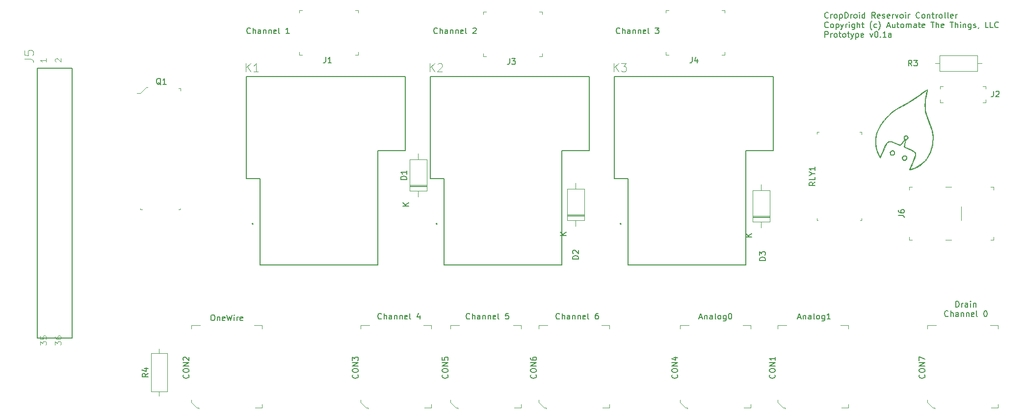
<source format=gto>
G04 #@! TF.GenerationSoftware,KiCad,Pcbnew,5.1.5-52549c5~84~ubuntu18.04.1*
G04 #@! TF.CreationDate,2020-02-05T02:03:39-05:00*
G04 #@! TF.ProjectId,cropdroid-reservoir,63726f70-6472-46f6-9964-2d7265736572,v1*
G04 #@! TF.SameCoordinates,Original*
G04 #@! TF.FileFunction,Legend,Top*
G04 #@! TF.FilePolarity,Positive*
%FSLAX46Y46*%
G04 Gerber Fmt 4.6, Leading zero omitted, Abs format (unit mm)*
G04 Created by KiCad (PCBNEW 5.1.5-52549c5~84~ubuntu18.04.1) date 2020-02-05 02:03:39*
%MOMM*%
%LPD*%
G04 APERTURE LIST*
%ADD10C,0.150000*%
%ADD11C,0.010000*%
%ADD12C,0.120000*%
%ADD13C,0.100000*%
%ADD14C,0.200000*%
%ADD15C,0.152400*%
%ADD16C,0.015000*%
G04 APERTURE END LIST*
D10*
X196350285Y-116244666D02*
X196826476Y-116244666D01*
X196255047Y-116530380D02*
X196588380Y-115530380D01*
X196921714Y-116530380D01*
X197255047Y-115863714D02*
X197255047Y-116530380D01*
X197255047Y-115958952D02*
X197302666Y-115911333D01*
X197397904Y-115863714D01*
X197540761Y-115863714D01*
X197636000Y-115911333D01*
X197683619Y-116006571D01*
X197683619Y-116530380D01*
X198588380Y-116530380D02*
X198588380Y-116006571D01*
X198540761Y-115911333D01*
X198445523Y-115863714D01*
X198255047Y-115863714D01*
X198159809Y-115911333D01*
X198588380Y-116482761D02*
X198493142Y-116530380D01*
X198255047Y-116530380D01*
X198159809Y-116482761D01*
X198112190Y-116387523D01*
X198112190Y-116292285D01*
X198159809Y-116197047D01*
X198255047Y-116149428D01*
X198493142Y-116149428D01*
X198588380Y-116101809D01*
X199207428Y-116530380D02*
X199112190Y-116482761D01*
X199064571Y-116387523D01*
X199064571Y-115530380D01*
X199731238Y-116530380D02*
X199636000Y-116482761D01*
X199588380Y-116435142D01*
X199540761Y-116339904D01*
X199540761Y-116054190D01*
X199588380Y-115958952D01*
X199636000Y-115911333D01*
X199731238Y-115863714D01*
X199874095Y-115863714D01*
X199969333Y-115911333D01*
X200016952Y-115958952D01*
X200064571Y-116054190D01*
X200064571Y-116339904D01*
X200016952Y-116435142D01*
X199969333Y-116482761D01*
X199874095Y-116530380D01*
X199731238Y-116530380D01*
X200921714Y-115863714D02*
X200921714Y-116673238D01*
X200874095Y-116768476D01*
X200826476Y-116816095D01*
X200731238Y-116863714D01*
X200588380Y-116863714D01*
X200493142Y-116816095D01*
X200921714Y-116482761D02*
X200826476Y-116530380D01*
X200636000Y-116530380D01*
X200540761Y-116482761D01*
X200493142Y-116435142D01*
X200445523Y-116339904D01*
X200445523Y-116054190D01*
X200493142Y-115958952D01*
X200540761Y-115911333D01*
X200636000Y-115863714D01*
X200826476Y-115863714D01*
X200921714Y-115911333D01*
X201921714Y-116530380D02*
X201350285Y-116530380D01*
X201636000Y-116530380D02*
X201636000Y-115530380D01*
X201540761Y-115673238D01*
X201445523Y-115768476D01*
X201350285Y-115816095D01*
X179332285Y-116244666D02*
X179808476Y-116244666D01*
X179237047Y-116530380D02*
X179570380Y-115530380D01*
X179903714Y-116530380D01*
X180237047Y-115863714D02*
X180237047Y-116530380D01*
X180237047Y-115958952D02*
X180284666Y-115911333D01*
X180379904Y-115863714D01*
X180522761Y-115863714D01*
X180618000Y-115911333D01*
X180665619Y-116006571D01*
X180665619Y-116530380D01*
X181570380Y-116530380D02*
X181570380Y-116006571D01*
X181522761Y-115911333D01*
X181427523Y-115863714D01*
X181237047Y-115863714D01*
X181141809Y-115911333D01*
X181570380Y-116482761D02*
X181475142Y-116530380D01*
X181237047Y-116530380D01*
X181141809Y-116482761D01*
X181094190Y-116387523D01*
X181094190Y-116292285D01*
X181141809Y-116197047D01*
X181237047Y-116149428D01*
X181475142Y-116149428D01*
X181570380Y-116101809D01*
X182189428Y-116530380D02*
X182094190Y-116482761D01*
X182046571Y-116387523D01*
X182046571Y-115530380D01*
X182713238Y-116530380D02*
X182618000Y-116482761D01*
X182570380Y-116435142D01*
X182522761Y-116339904D01*
X182522761Y-116054190D01*
X182570380Y-115958952D01*
X182618000Y-115911333D01*
X182713238Y-115863714D01*
X182856095Y-115863714D01*
X182951333Y-115911333D01*
X182998952Y-115958952D01*
X183046571Y-116054190D01*
X183046571Y-116339904D01*
X182998952Y-116435142D01*
X182951333Y-116482761D01*
X182856095Y-116530380D01*
X182713238Y-116530380D01*
X183903714Y-115863714D02*
X183903714Y-116673238D01*
X183856095Y-116768476D01*
X183808476Y-116816095D01*
X183713238Y-116863714D01*
X183570380Y-116863714D01*
X183475142Y-116816095D01*
X183903714Y-116482761D02*
X183808476Y-116530380D01*
X183618000Y-116530380D01*
X183522761Y-116482761D01*
X183475142Y-116435142D01*
X183427523Y-116339904D01*
X183427523Y-116054190D01*
X183475142Y-115958952D01*
X183522761Y-115911333D01*
X183618000Y-115863714D01*
X183808476Y-115863714D01*
X183903714Y-115911333D01*
X184570380Y-115530380D02*
X184665619Y-115530380D01*
X184760857Y-115578000D01*
X184808476Y-115625619D01*
X184856095Y-115720857D01*
X184903714Y-115911333D01*
X184903714Y-116149428D01*
X184856095Y-116339904D01*
X184808476Y-116435142D01*
X184760857Y-116482761D01*
X184665619Y-116530380D01*
X184570380Y-116530380D01*
X184475142Y-116482761D01*
X184427523Y-116435142D01*
X184379904Y-116339904D01*
X184332285Y-116149428D01*
X184332285Y-115911333D01*
X184379904Y-115720857D01*
X184427523Y-115625619D01*
X184475142Y-115578000D01*
X184570380Y-115530380D01*
X155194380Y-116435142D02*
X155146761Y-116482761D01*
X155003904Y-116530380D01*
X154908666Y-116530380D01*
X154765809Y-116482761D01*
X154670571Y-116387523D01*
X154622952Y-116292285D01*
X154575333Y-116101809D01*
X154575333Y-115958952D01*
X154622952Y-115768476D01*
X154670571Y-115673238D01*
X154765809Y-115578000D01*
X154908666Y-115530380D01*
X155003904Y-115530380D01*
X155146761Y-115578000D01*
X155194380Y-115625619D01*
X155622952Y-116530380D02*
X155622952Y-115530380D01*
X156051523Y-116530380D02*
X156051523Y-116006571D01*
X156003904Y-115911333D01*
X155908666Y-115863714D01*
X155765809Y-115863714D01*
X155670571Y-115911333D01*
X155622952Y-115958952D01*
X156956285Y-116530380D02*
X156956285Y-116006571D01*
X156908666Y-115911333D01*
X156813428Y-115863714D01*
X156622952Y-115863714D01*
X156527714Y-115911333D01*
X156956285Y-116482761D02*
X156861047Y-116530380D01*
X156622952Y-116530380D01*
X156527714Y-116482761D01*
X156480095Y-116387523D01*
X156480095Y-116292285D01*
X156527714Y-116197047D01*
X156622952Y-116149428D01*
X156861047Y-116149428D01*
X156956285Y-116101809D01*
X157432476Y-115863714D02*
X157432476Y-116530380D01*
X157432476Y-115958952D02*
X157480095Y-115911333D01*
X157575333Y-115863714D01*
X157718190Y-115863714D01*
X157813428Y-115911333D01*
X157861047Y-116006571D01*
X157861047Y-116530380D01*
X158337238Y-115863714D02*
X158337238Y-116530380D01*
X158337238Y-115958952D02*
X158384857Y-115911333D01*
X158480095Y-115863714D01*
X158622952Y-115863714D01*
X158718190Y-115911333D01*
X158765809Y-116006571D01*
X158765809Y-116530380D01*
X159622952Y-116482761D02*
X159527714Y-116530380D01*
X159337238Y-116530380D01*
X159242000Y-116482761D01*
X159194380Y-116387523D01*
X159194380Y-116006571D01*
X159242000Y-115911333D01*
X159337238Y-115863714D01*
X159527714Y-115863714D01*
X159622952Y-115911333D01*
X159670571Y-116006571D01*
X159670571Y-116101809D01*
X159194380Y-116197047D01*
X160242000Y-116530380D02*
X160146761Y-116482761D01*
X160099142Y-116387523D01*
X160099142Y-115530380D01*
X161813428Y-115530380D02*
X161622952Y-115530380D01*
X161527714Y-115578000D01*
X161480095Y-115625619D01*
X161384857Y-115768476D01*
X161337238Y-115958952D01*
X161337238Y-116339904D01*
X161384857Y-116435142D01*
X161432476Y-116482761D01*
X161527714Y-116530380D01*
X161718190Y-116530380D01*
X161813428Y-116482761D01*
X161861047Y-116435142D01*
X161908666Y-116339904D01*
X161908666Y-116101809D01*
X161861047Y-116006571D01*
X161813428Y-115958952D01*
X161718190Y-115911333D01*
X161527714Y-115911333D01*
X161432476Y-115958952D01*
X161384857Y-116006571D01*
X161337238Y-116101809D01*
X139700380Y-116435142D02*
X139652761Y-116482761D01*
X139509904Y-116530380D01*
X139414666Y-116530380D01*
X139271809Y-116482761D01*
X139176571Y-116387523D01*
X139128952Y-116292285D01*
X139081333Y-116101809D01*
X139081333Y-115958952D01*
X139128952Y-115768476D01*
X139176571Y-115673238D01*
X139271809Y-115578000D01*
X139414666Y-115530380D01*
X139509904Y-115530380D01*
X139652761Y-115578000D01*
X139700380Y-115625619D01*
X140128952Y-116530380D02*
X140128952Y-115530380D01*
X140557523Y-116530380D02*
X140557523Y-116006571D01*
X140509904Y-115911333D01*
X140414666Y-115863714D01*
X140271809Y-115863714D01*
X140176571Y-115911333D01*
X140128952Y-115958952D01*
X141462285Y-116530380D02*
X141462285Y-116006571D01*
X141414666Y-115911333D01*
X141319428Y-115863714D01*
X141128952Y-115863714D01*
X141033714Y-115911333D01*
X141462285Y-116482761D02*
X141367047Y-116530380D01*
X141128952Y-116530380D01*
X141033714Y-116482761D01*
X140986095Y-116387523D01*
X140986095Y-116292285D01*
X141033714Y-116197047D01*
X141128952Y-116149428D01*
X141367047Y-116149428D01*
X141462285Y-116101809D01*
X141938476Y-115863714D02*
X141938476Y-116530380D01*
X141938476Y-115958952D02*
X141986095Y-115911333D01*
X142081333Y-115863714D01*
X142224190Y-115863714D01*
X142319428Y-115911333D01*
X142367047Y-116006571D01*
X142367047Y-116530380D01*
X142843238Y-115863714D02*
X142843238Y-116530380D01*
X142843238Y-115958952D02*
X142890857Y-115911333D01*
X142986095Y-115863714D01*
X143128952Y-115863714D01*
X143224190Y-115911333D01*
X143271809Y-116006571D01*
X143271809Y-116530380D01*
X144128952Y-116482761D02*
X144033714Y-116530380D01*
X143843238Y-116530380D01*
X143748000Y-116482761D01*
X143700380Y-116387523D01*
X143700380Y-116006571D01*
X143748000Y-115911333D01*
X143843238Y-115863714D01*
X144033714Y-115863714D01*
X144128952Y-115911333D01*
X144176571Y-116006571D01*
X144176571Y-116101809D01*
X143700380Y-116197047D01*
X144748000Y-116530380D02*
X144652761Y-116482761D01*
X144605142Y-116387523D01*
X144605142Y-115530380D01*
X146367047Y-115530380D02*
X145890857Y-115530380D01*
X145843238Y-116006571D01*
X145890857Y-115958952D01*
X145986095Y-115911333D01*
X146224190Y-115911333D01*
X146319428Y-115958952D01*
X146367047Y-116006571D01*
X146414666Y-116101809D01*
X146414666Y-116339904D01*
X146367047Y-116435142D01*
X146319428Y-116482761D01*
X146224190Y-116530380D01*
X145986095Y-116530380D01*
X145890857Y-116482761D01*
X145843238Y-116435142D01*
X165608380Y-67159142D02*
X165560761Y-67206761D01*
X165417904Y-67254380D01*
X165322666Y-67254380D01*
X165179809Y-67206761D01*
X165084571Y-67111523D01*
X165036952Y-67016285D01*
X164989333Y-66825809D01*
X164989333Y-66682952D01*
X165036952Y-66492476D01*
X165084571Y-66397238D01*
X165179809Y-66302000D01*
X165322666Y-66254380D01*
X165417904Y-66254380D01*
X165560761Y-66302000D01*
X165608380Y-66349619D01*
X166036952Y-67254380D02*
X166036952Y-66254380D01*
X166465523Y-67254380D02*
X166465523Y-66730571D01*
X166417904Y-66635333D01*
X166322666Y-66587714D01*
X166179809Y-66587714D01*
X166084571Y-66635333D01*
X166036952Y-66682952D01*
X167370285Y-67254380D02*
X167370285Y-66730571D01*
X167322666Y-66635333D01*
X167227428Y-66587714D01*
X167036952Y-66587714D01*
X166941714Y-66635333D01*
X167370285Y-67206761D02*
X167275047Y-67254380D01*
X167036952Y-67254380D01*
X166941714Y-67206761D01*
X166894095Y-67111523D01*
X166894095Y-67016285D01*
X166941714Y-66921047D01*
X167036952Y-66873428D01*
X167275047Y-66873428D01*
X167370285Y-66825809D01*
X167846476Y-66587714D02*
X167846476Y-67254380D01*
X167846476Y-66682952D02*
X167894095Y-66635333D01*
X167989333Y-66587714D01*
X168132190Y-66587714D01*
X168227428Y-66635333D01*
X168275047Y-66730571D01*
X168275047Y-67254380D01*
X168751238Y-66587714D02*
X168751238Y-67254380D01*
X168751238Y-66682952D02*
X168798857Y-66635333D01*
X168894095Y-66587714D01*
X169036952Y-66587714D01*
X169132190Y-66635333D01*
X169179809Y-66730571D01*
X169179809Y-67254380D01*
X170036952Y-67206761D02*
X169941714Y-67254380D01*
X169751238Y-67254380D01*
X169656000Y-67206761D01*
X169608380Y-67111523D01*
X169608380Y-66730571D01*
X169656000Y-66635333D01*
X169751238Y-66587714D01*
X169941714Y-66587714D01*
X170036952Y-66635333D01*
X170084571Y-66730571D01*
X170084571Y-66825809D01*
X169608380Y-66921047D01*
X170656000Y-67254380D02*
X170560761Y-67206761D01*
X170513142Y-67111523D01*
X170513142Y-66254380D01*
X171703619Y-66254380D02*
X172322666Y-66254380D01*
X171989333Y-66635333D01*
X172132190Y-66635333D01*
X172227428Y-66682952D01*
X172275047Y-66730571D01*
X172322666Y-66825809D01*
X172322666Y-67063904D01*
X172275047Y-67159142D01*
X172227428Y-67206761D01*
X172132190Y-67254380D01*
X171846476Y-67254380D01*
X171751238Y-67206761D01*
X171703619Y-67159142D01*
X134112380Y-67159142D02*
X134064761Y-67206761D01*
X133921904Y-67254380D01*
X133826666Y-67254380D01*
X133683809Y-67206761D01*
X133588571Y-67111523D01*
X133540952Y-67016285D01*
X133493333Y-66825809D01*
X133493333Y-66682952D01*
X133540952Y-66492476D01*
X133588571Y-66397238D01*
X133683809Y-66302000D01*
X133826666Y-66254380D01*
X133921904Y-66254380D01*
X134064761Y-66302000D01*
X134112380Y-66349619D01*
X134540952Y-67254380D02*
X134540952Y-66254380D01*
X134969523Y-67254380D02*
X134969523Y-66730571D01*
X134921904Y-66635333D01*
X134826666Y-66587714D01*
X134683809Y-66587714D01*
X134588571Y-66635333D01*
X134540952Y-66682952D01*
X135874285Y-67254380D02*
X135874285Y-66730571D01*
X135826666Y-66635333D01*
X135731428Y-66587714D01*
X135540952Y-66587714D01*
X135445714Y-66635333D01*
X135874285Y-67206761D02*
X135779047Y-67254380D01*
X135540952Y-67254380D01*
X135445714Y-67206761D01*
X135398095Y-67111523D01*
X135398095Y-67016285D01*
X135445714Y-66921047D01*
X135540952Y-66873428D01*
X135779047Y-66873428D01*
X135874285Y-66825809D01*
X136350476Y-66587714D02*
X136350476Y-67254380D01*
X136350476Y-66682952D02*
X136398095Y-66635333D01*
X136493333Y-66587714D01*
X136636190Y-66587714D01*
X136731428Y-66635333D01*
X136779047Y-66730571D01*
X136779047Y-67254380D01*
X137255238Y-66587714D02*
X137255238Y-67254380D01*
X137255238Y-66682952D02*
X137302857Y-66635333D01*
X137398095Y-66587714D01*
X137540952Y-66587714D01*
X137636190Y-66635333D01*
X137683809Y-66730571D01*
X137683809Y-67254380D01*
X138540952Y-67206761D02*
X138445714Y-67254380D01*
X138255238Y-67254380D01*
X138160000Y-67206761D01*
X138112380Y-67111523D01*
X138112380Y-66730571D01*
X138160000Y-66635333D01*
X138255238Y-66587714D01*
X138445714Y-66587714D01*
X138540952Y-66635333D01*
X138588571Y-66730571D01*
X138588571Y-66825809D01*
X138112380Y-66921047D01*
X139160000Y-67254380D02*
X139064761Y-67206761D01*
X139017142Y-67111523D01*
X139017142Y-66254380D01*
X140255238Y-66349619D02*
X140302857Y-66302000D01*
X140398095Y-66254380D01*
X140636190Y-66254380D01*
X140731428Y-66302000D01*
X140779047Y-66349619D01*
X140826666Y-66444857D01*
X140826666Y-66540095D01*
X140779047Y-66682952D01*
X140207619Y-67254380D01*
X140826666Y-67254380D01*
X101854380Y-67159142D02*
X101806761Y-67206761D01*
X101663904Y-67254380D01*
X101568666Y-67254380D01*
X101425809Y-67206761D01*
X101330571Y-67111523D01*
X101282952Y-67016285D01*
X101235333Y-66825809D01*
X101235333Y-66682952D01*
X101282952Y-66492476D01*
X101330571Y-66397238D01*
X101425809Y-66302000D01*
X101568666Y-66254380D01*
X101663904Y-66254380D01*
X101806761Y-66302000D01*
X101854380Y-66349619D01*
X102282952Y-67254380D02*
X102282952Y-66254380D01*
X102711523Y-67254380D02*
X102711523Y-66730571D01*
X102663904Y-66635333D01*
X102568666Y-66587714D01*
X102425809Y-66587714D01*
X102330571Y-66635333D01*
X102282952Y-66682952D01*
X103616285Y-67254380D02*
X103616285Y-66730571D01*
X103568666Y-66635333D01*
X103473428Y-66587714D01*
X103282952Y-66587714D01*
X103187714Y-66635333D01*
X103616285Y-67206761D02*
X103521047Y-67254380D01*
X103282952Y-67254380D01*
X103187714Y-67206761D01*
X103140095Y-67111523D01*
X103140095Y-67016285D01*
X103187714Y-66921047D01*
X103282952Y-66873428D01*
X103521047Y-66873428D01*
X103616285Y-66825809D01*
X104092476Y-66587714D02*
X104092476Y-67254380D01*
X104092476Y-66682952D02*
X104140095Y-66635333D01*
X104235333Y-66587714D01*
X104378190Y-66587714D01*
X104473428Y-66635333D01*
X104521047Y-66730571D01*
X104521047Y-67254380D01*
X104997238Y-66587714D02*
X104997238Y-67254380D01*
X104997238Y-66682952D02*
X105044857Y-66635333D01*
X105140095Y-66587714D01*
X105282952Y-66587714D01*
X105378190Y-66635333D01*
X105425809Y-66730571D01*
X105425809Y-67254380D01*
X106282952Y-67206761D02*
X106187714Y-67254380D01*
X105997238Y-67254380D01*
X105902000Y-67206761D01*
X105854380Y-67111523D01*
X105854380Y-66730571D01*
X105902000Y-66635333D01*
X105997238Y-66587714D01*
X106187714Y-66587714D01*
X106282952Y-66635333D01*
X106330571Y-66730571D01*
X106330571Y-66825809D01*
X105854380Y-66921047D01*
X106902000Y-67254380D02*
X106806761Y-67206761D01*
X106759142Y-67111523D01*
X106759142Y-66254380D01*
X108568666Y-67254380D02*
X107997238Y-67254380D01*
X108282952Y-67254380D02*
X108282952Y-66254380D01*
X108187714Y-66397238D01*
X108092476Y-66492476D01*
X107997238Y-66540095D01*
X124460380Y-116435142D02*
X124412761Y-116482761D01*
X124269904Y-116530380D01*
X124174666Y-116530380D01*
X124031809Y-116482761D01*
X123936571Y-116387523D01*
X123888952Y-116292285D01*
X123841333Y-116101809D01*
X123841333Y-115958952D01*
X123888952Y-115768476D01*
X123936571Y-115673238D01*
X124031809Y-115578000D01*
X124174666Y-115530380D01*
X124269904Y-115530380D01*
X124412761Y-115578000D01*
X124460380Y-115625619D01*
X124888952Y-116530380D02*
X124888952Y-115530380D01*
X125317523Y-116530380D02*
X125317523Y-116006571D01*
X125269904Y-115911333D01*
X125174666Y-115863714D01*
X125031809Y-115863714D01*
X124936571Y-115911333D01*
X124888952Y-115958952D01*
X126222285Y-116530380D02*
X126222285Y-116006571D01*
X126174666Y-115911333D01*
X126079428Y-115863714D01*
X125888952Y-115863714D01*
X125793714Y-115911333D01*
X126222285Y-116482761D02*
X126127047Y-116530380D01*
X125888952Y-116530380D01*
X125793714Y-116482761D01*
X125746095Y-116387523D01*
X125746095Y-116292285D01*
X125793714Y-116197047D01*
X125888952Y-116149428D01*
X126127047Y-116149428D01*
X126222285Y-116101809D01*
X126698476Y-115863714D02*
X126698476Y-116530380D01*
X126698476Y-115958952D02*
X126746095Y-115911333D01*
X126841333Y-115863714D01*
X126984190Y-115863714D01*
X127079428Y-115911333D01*
X127127047Y-116006571D01*
X127127047Y-116530380D01*
X127603238Y-115863714D02*
X127603238Y-116530380D01*
X127603238Y-115958952D02*
X127650857Y-115911333D01*
X127746095Y-115863714D01*
X127888952Y-115863714D01*
X127984190Y-115911333D01*
X128031809Y-116006571D01*
X128031809Y-116530380D01*
X128888952Y-116482761D02*
X128793714Y-116530380D01*
X128603238Y-116530380D01*
X128508000Y-116482761D01*
X128460380Y-116387523D01*
X128460380Y-116006571D01*
X128508000Y-115911333D01*
X128603238Y-115863714D01*
X128793714Y-115863714D01*
X128888952Y-115911333D01*
X128936571Y-116006571D01*
X128936571Y-116101809D01*
X128460380Y-116197047D01*
X129508000Y-116530380D02*
X129412761Y-116482761D01*
X129365142Y-116387523D01*
X129365142Y-115530380D01*
X131079428Y-115863714D02*
X131079428Y-116530380D01*
X130841333Y-115482761D02*
X130603238Y-116197047D01*
X131222285Y-116197047D01*
X223583714Y-114435380D02*
X223583714Y-113435380D01*
X223821809Y-113435380D01*
X223964666Y-113483000D01*
X224059904Y-113578238D01*
X224107523Y-113673476D01*
X224155142Y-113863952D01*
X224155142Y-114006809D01*
X224107523Y-114197285D01*
X224059904Y-114292523D01*
X223964666Y-114387761D01*
X223821809Y-114435380D01*
X223583714Y-114435380D01*
X224583714Y-114435380D02*
X224583714Y-113768714D01*
X224583714Y-113959190D02*
X224631333Y-113863952D01*
X224678952Y-113816333D01*
X224774190Y-113768714D01*
X224869428Y-113768714D01*
X225631333Y-114435380D02*
X225631333Y-113911571D01*
X225583714Y-113816333D01*
X225488476Y-113768714D01*
X225298000Y-113768714D01*
X225202761Y-113816333D01*
X225631333Y-114387761D02*
X225536095Y-114435380D01*
X225298000Y-114435380D01*
X225202761Y-114387761D01*
X225155142Y-114292523D01*
X225155142Y-114197285D01*
X225202761Y-114102047D01*
X225298000Y-114054428D01*
X225536095Y-114054428D01*
X225631333Y-114006809D01*
X226107523Y-114435380D02*
X226107523Y-113768714D01*
X226107523Y-113435380D02*
X226059904Y-113483000D01*
X226107523Y-113530619D01*
X226155142Y-113483000D01*
X226107523Y-113435380D01*
X226107523Y-113530619D01*
X226583714Y-113768714D02*
X226583714Y-114435380D01*
X226583714Y-113863952D02*
X226631333Y-113816333D01*
X226726571Y-113768714D01*
X226869428Y-113768714D01*
X226964666Y-113816333D01*
X227012285Y-113911571D01*
X227012285Y-114435380D01*
X222250380Y-115990142D02*
X222202761Y-116037761D01*
X222059904Y-116085380D01*
X221964666Y-116085380D01*
X221821809Y-116037761D01*
X221726571Y-115942523D01*
X221678952Y-115847285D01*
X221631333Y-115656809D01*
X221631333Y-115513952D01*
X221678952Y-115323476D01*
X221726571Y-115228238D01*
X221821809Y-115133000D01*
X221964666Y-115085380D01*
X222059904Y-115085380D01*
X222202761Y-115133000D01*
X222250380Y-115180619D01*
X222678952Y-116085380D02*
X222678952Y-115085380D01*
X223107523Y-116085380D02*
X223107523Y-115561571D01*
X223059904Y-115466333D01*
X222964666Y-115418714D01*
X222821809Y-115418714D01*
X222726571Y-115466333D01*
X222678952Y-115513952D01*
X224012285Y-116085380D02*
X224012285Y-115561571D01*
X223964666Y-115466333D01*
X223869428Y-115418714D01*
X223678952Y-115418714D01*
X223583714Y-115466333D01*
X224012285Y-116037761D02*
X223917047Y-116085380D01*
X223678952Y-116085380D01*
X223583714Y-116037761D01*
X223536095Y-115942523D01*
X223536095Y-115847285D01*
X223583714Y-115752047D01*
X223678952Y-115704428D01*
X223917047Y-115704428D01*
X224012285Y-115656809D01*
X224488476Y-115418714D02*
X224488476Y-116085380D01*
X224488476Y-115513952D02*
X224536095Y-115466333D01*
X224631333Y-115418714D01*
X224774190Y-115418714D01*
X224869428Y-115466333D01*
X224917047Y-115561571D01*
X224917047Y-116085380D01*
X225393238Y-115418714D02*
X225393238Y-116085380D01*
X225393238Y-115513952D02*
X225440857Y-115466333D01*
X225536095Y-115418714D01*
X225678952Y-115418714D01*
X225774190Y-115466333D01*
X225821809Y-115561571D01*
X225821809Y-116085380D01*
X226678952Y-116037761D02*
X226583714Y-116085380D01*
X226393238Y-116085380D01*
X226298000Y-116037761D01*
X226250380Y-115942523D01*
X226250380Y-115561571D01*
X226298000Y-115466333D01*
X226393238Y-115418714D01*
X226583714Y-115418714D01*
X226678952Y-115466333D01*
X226726571Y-115561571D01*
X226726571Y-115656809D01*
X226250380Y-115752047D01*
X227298000Y-116085380D02*
X227202761Y-116037761D01*
X227155142Y-115942523D01*
X227155142Y-115085380D01*
X228631333Y-115085380D02*
X228726571Y-115085380D01*
X228821809Y-115133000D01*
X228869428Y-115180619D01*
X228917047Y-115275857D01*
X228964666Y-115466333D01*
X228964666Y-115704428D01*
X228917047Y-115894904D01*
X228869428Y-115990142D01*
X228821809Y-116037761D01*
X228726571Y-116085380D01*
X228631333Y-116085380D01*
X228536095Y-116037761D01*
X228488476Y-115990142D01*
X228440857Y-115894904D01*
X228393238Y-115704428D01*
X228393238Y-115466333D01*
X228440857Y-115275857D01*
X228488476Y-115180619D01*
X228536095Y-115133000D01*
X228631333Y-115085380D01*
X95266190Y-115784380D02*
X95456666Y-115784380D01*
X95551904Y-115832000D01*
X95647142Y-115927238D01*
X95694761Y-116117714D01*
X95694761Y-116451047D01*
X95647142Y-116641523D01*
X95551904Y-116736761D01*
X95456666Y-116784380D01*
X95266190Y-116784380D01*
X95170952Y-116736761D01*
X95075714Y-116641523D01*
X95028095Y-116451047D01*
X95028095Y-116117714D01*
X95075714Y-115927238D01*
X95170952Y-115832000D01*
X95266190Y-115784380D01*
X96123333Y-116117714D02*
X96123333Y-116784380D01*
X96123333Y-116212952D02*
X96170952Y-116165333D01*
X96266190Y-116117714D01*
X96409047Y-116117714D01*
X96504285Y-116165333D01*
X96551904Y-116260571D01*
X96551904Y-116784380D01*
X97409047Y-116736761D02*
X97313809Y-116784380D01*
X97123333Y-116784380D01*
X97028095Y-116736761D01*
X96980476Y-116641523D01*
X96980476Y-116260571D01*
X97028095Y-116165333D01*
X97123333Y-116117714D01*
X97313809Y-116117714D01*
X97409047Y-116165333D01*
X97456666Y-116260571D01*
X97456666Y-116355809D01*
X96980476Y-116451047D01*
X97790000Y-115784380D02*
X98028095Y-116784380D01*
X98218571Y-116070095D01*
X98409047Y-116784380D01*
X98647142Y-115784380D01*
X99028095Y-116784380D02*
X99028095Y-116117714D01*
X99028095Y-115784380D02*
X98980476Y-115832000D01*
X99028095Y-115879619D01*
X99075714Y-115832000D01*
X99028095Y-115784380D01*
X99028095Y-115879619D01*
X99504285Y-116784380D02*
X99504285Y-116117714D01*
X99504285Y-116308190D02*
X99551904Y-116212952D01*
X99599523Y-116165333D01*
X99694761Y-116117714D01*
X99790000Y-116117714D01*
X100504285Y-116736761D02*
X100409047Y-116784380D01*
X100218571Y-116784380D01*
X100123333Y-116736761D01*
X100075714Y-116641523D01*
X100075714Y-116260571D01*
X100123333Y-116165333D01*
X100218571Y-116117714D01*
X100409047Y-116117714D01*
X100504285Y-116165333D01*
X100551904Y-116260571D01*
X100551904Y-116355809D01*
X100075714Y-116451047D01*
X201567023Y-64493142D02*
X201519404Y-64540761D01*
X201376547Y-64588380D01*
X201281309Y-64588380D01*
X201138452Y-64540761D01*
X201043214Y-64445523D01*
X200995595Y-64350285D01*
X200947976Y-64159809D01*
X200947976Y-64016952D01*
X200995595Y-63826476D01*
X201043214Y-63731238D01*
X201138452Y-63636000D01*
X201281309Y-63588380D01*
X201376547Y-63588380D01*
X201519404Y-63636000D01*
X201567023Y-63683619D01*
X201995595Y-64588380D02*
X201995595Y-63921714D01*
X201995595Y-64112190D02*
X202043214Y-64016952D01*
X202090833Y-63969333D01*
X202186071Y-63921714D01*
X202281309Y-63921714D01*
X202757500Y-64588380D02*
X202662261Y-64540761D01*
X202614642Y-64493142D01*
X202567023Y-64397904D01*
X202567023Y-64112190D01*
X202614642Y-64016952D01*
X202662261Y-63969333D01*
X202757500Y-63921714D01*
X202900357Y-63921714D01*
X202995595Y-63969333D01*
X203043214Y-64016952D01*
X203090833Y-64112190D01*
X203090833Y-64397904D01*
X203043214Y-64493142D01*
X202995595Y-64540761D01*
X202900357Y-64588380D01*
X202757500Y-64588380D01*
X203519404Y-63921714D02*
X203519404Y-64921714D01*
X203519404Y-63969333D02*
X203614642Y-63921714D01*
X203805119Y-63921714D01*
X203900357Y-63969333D01*
X203947976Y-64016952D01*
X203995595Y-64112190D01*
X203995595Y-64397904D01*
X203947976Y-64493142D01*
X203900357Y-64540761D01*
X203805119Y-64588380D01*
X203614642Y-64588380D01*
X203519404Y-64540761D01*
X204424166Y-64588380D02*
X204424166Y-63588380D01*
X204662261Y-63588380D01*
X204805119Y-63636000D01*
X204900357Y-63731238D01*
X204947976Y-63826476D01*
X204995595Y-64016952D01*
X204995595Y-64159809D01*
X204947976Y-64350285D01*
X204900357Y-64445523D01*
X204805119Y-64540761D01*
X204662261Y-64588380D01*
X204424166Y-64588380D01*
X205424166Y-64588380D02*
X205424166Y-63921714D01*
X205424166Y-64112190D02*
X205471785Y-64016952D01*
X205519404Y-63969333D01*
X205614642Y-63921714D01*
X205709880Y-63921714D01*
X206186071Y-64588380D02*
X206090833Y-64540761D01*
X206043214Y-64493142D01*
X205995595Y-64397904D01*
X205995595Y-64112190D01*
X206043214Y-64016952D01*
X206090833Y-63969333D01*
X206186071Y-63921714D01*
X206328928Y-63921714D01*
X206424166Y-63969333D01*
X206471785Y-64016952D01*
X206519404Y-64112190D01*
X206519404Y-64397904D01*
X206471785Y-64493142D01*
X206424166Y-64540761D01*
X206328928Y-64588380D01*
X206186071Y-64588380D01*
X206947976Y-64588380D02*
X206947976Y-63921714D01*
X206947976Y-63588380D02*
X206900357Y-63636000D01*
X206947976Y-63683619D01*
X206995595Y-63636000D01*
X206947976Y-63588380D01*
X206947976Y-63683619D01*
X207852738Y-64588380D02*
X207852738Y-63588380D01*
X207852738Y-64540761D02*
X207757500Y-64588380D01*
X207567023Y-64588380D01*
X207471785Y-64540761D01*
X207424166Y-64493142D01*
X207376547Y-64397904D01*
X207376547Y-64112190D01*
X207424166Y-64016952D01*
X207471785Y-63969333D01*
X207567023Y-63921714D01*
X207757500Y-63921714D01*
X207852738Y-63969333D01*
X209662261Y-64588380D02*
X209328928Y-64112190D01*
X209090833Y-64588380D02*
X209090833Y-63588380D01*
X209471785Y-63588380D01*
X209567023Y-63636000D01*
X209614642Y-63683619D01*
X209662261Y-63778857D01*
X209662261Y-63921714D01*
X209614642Y-64016952D01*
X209567023Y-64064571D01*
X209471785Y-64112190D01*
X209090833Y-64112190D01*
X210471785Y-64540761D02*
X210376547Y-64588380D01*
X210186071Y-64588380D01*
X210090833Y-64540761D01*
X210043214Y-64445523D01*
X210043214Y-64064571D01*
X210090833Y-63969333D01*
X210186071Y-63921714D01*
X210376547Y-63921714D01*
X210471785Y-63969333D01*
X210519404Y-64064571D01*
X210519404Y-64159809D01*
X210043214Y-64255047D01*
X210900357Y-64540761D02*
X210995595Y-64588380D01*
X211186071Y-64588380D01*
X211281309Y-64540761D01*
X211328928Y-64445523D01*
X211328928Y-64397904D01*
X211281309Y-64302666D01*
X211186071Y-64255047D01*
X211043214Y-64255047D01*
X210947976Y-64207428D01*
X210900357Y-64112190D01*
X210900357Y-64064571D01*
X210947976Y-63969333D01*
X211043214Y-63921714D01*
X211186071Y-63921714D01*
X211281309Y-63969333D01*
X212138452Y-64540761D02*
X212043214Y-64588380D01*
X211852738Y-64588380D01*
X211757500Y-64540761D01*
X211709880Y-64445523D01*
X211709880Y-64064571D01*
X211757500Y-63969333D01*
X211852738Y-63921714D01*
X212043214Y-63921714D01*
X212138452Y-63969333D01*
X212186071Y-64064571D01*
X212186071Y-64159809D01*
X211709880Y-64255047D01*
X212614642Y-64588380D02*
X212614642Y-63921714D01*
X212614642Y-64112190D02*
X212662261Y-64016952D01*
X212709880Y-63969333D01*
X212805119Y-63921714D01*
X212900357Y-63921714D01*
X213138452Y-63921714D02*
X213376547Y-64588380D01*
X213614642Y-63921714D01*
X214138452Y-64588380D02*
X214043214Y-64540761D01*
X213995595Y-64493142D01*
X213947976Y-64397904D01*
X213947976Y-64112190D01*
X213995595Y-64016952D01*
X214043214Y-63969333D01*
X214138452Y-63921714D01*
X214281309Y-63921714D01*
X214376547Y-63969333D01*
X214424166Y-64016952D01*
X214471785Y-64112190D01*
X214471785Y-64397904D01*
X214424166Y-64493142D01*
X214376547Y-64540761D01*
X214281309Y-64588380D01*
X214138452Y-64588380D01*
X214900357Y-64588380D02*
X214900357Y-63921714D01*
X214900357Y-63588380D02*
X214852738Y-63636000D01*
X214900357Y-63683619D01*
X214947976Y-63636000D01*
X214900357Y-63588380D01*
X214900357Y-63683619D01*
X215376547Y-64588380D02*
X215376547Y-63921714D01*
X215376547Y-64112190D02*
X215424166Y-64016952D01*
X215471785Y-63969333D01*
X215567023Y-63921714D01*
X215662261Y-63921714D01*
X217328928Y-64493142D02*
X217281309Y-64540761D01*
X217138452Y-64588380D01*
X217043214Y-64588380D01*
X216900357Y-64540761D01*
X216805119Y-64445523D01*
X216757500Y-64350285D01*
X216709880Y-64159809D01*
X216709880Y-64016952D01*
X216757500Y-63826476D01*
X216805119Y-63731238D01*
X216900357Y-63636000D01*
X217043214Y-63588380D01*
X217138452Y-63588380D01*
X217281309Y-63636000D01*
X217328928Y-63683619D01*
X217900357Y-64588380D02*
X217805119Y-64540761D01*
X217757500Y-64493142D01*
X217709880Y-64397904D01*
X217709880Y-64112190D01*
X217757500Y-64016952D01*
X217805119Y-63969333D01*
X217900357Y-63921714D01*
X218043214Y-63921714D01*
X218138452Y-63969333D01*
X218186071Y-64016952D01*
X218233690Y-64112190D01*
X218233690Y-64397904D01*
X218186071Y-64493142D01*
X218138452Y-64540761D01*
X218043214Y-64588380D01*
X217900357Y-64588380D01*
X218662261Y-63921714D02*
X218662261Y-64588380D01*
X218662261Y-64016952D02*
X218709880Y-63969333D01*
X218805119Y-63921714D01*
X218947976Y-63921714D01*
X219043214Y-63969333D01*
X219090833Y-64064571D01*
X219090833Y-64588380D01*
X219424166Y-63921714D02*
X219805119Y-63921714D01*
X219567023Y-63588380D02*
X219567023Y-64445523D01*
X219614642Y-64540761D01*
X219709880Y-64588380D01*
X219805119Y-64588380D01*
X220138452Y-64588380D02*
X220138452Y-63921714D01*
X220138452Y-64112190D02*
X220186071Y-64016952D01*
X220233690Y-63969333D01*
X220328928Y-63921714D01*
X220424166Y-63921714D01*
X220900357Y-64588380D02*
X220805119Y-64540761D01*
X220757500Y-64493142D01*
X220709880Y-64397904D01*
X220709880Y-64112190D01*
X220757500Y-64016952D01*
X220805119Y-63969333D01*
X220900357Y-63921714D01*
X221043214Y-63921714D01*
X221138452Y-63969333D01*
X221186071Y-64016952D01*
X221233690Y-64112190D01*
X221233690Y-64397904D01*
X221186071Y-64493142D01*
X221138452Y-64540761D01*
X221043214Y-64588380D01*
X220900357Y-64588380D01*
X221805119Y-64588380D02*
X221709880Y-64540761D01*
X221662261Y-64445523D01*
X221662261Y-63588380D01*
X222328928Y-64588380D02*
X222233690Y-64540761D01*
X222186071Y-64445523D01*
X222186071Y-63588380D01*
X223090833Y-64540761D02*
X222995595Y-64588380D01*
X222805119Y-64588380D01*
X222709880Y-64540761D01*
X222662261Y-64445523D01*
X222662261Y-64064571D01*
X222709880Y-63969333D01*
X222805119Y-63921714D01*
X222995595Y-63921714D01*
X223090833Y-63969333D01*
X223138452Y-64064571D01*
X223138452Y-64159809D01*
X222662261Y-64255047D01*
X223567023Y-64588380D02*
X223567023Y-63921714D01*
X223567023Y-64112190D02*
X223614642Y-64016952D01*
X223662261Y-63969333D01*
X223757500Y-63921714D01*
X223852738Y-63921714D01*
X201567023Y-66143142D02*
X201519404Y-66190761D01*
X201376547Y-66238380D01*
X201281309Y-66238380D01*
X201138452Y-66190761D01*
X201043214Y-66095523D01*
X200995595Y-66000285D01*
X200947976Y-65809809D01*
X200947976Y-65666952D01*
X200995595Y-65476476D01*
X201043214Y-65381238D01*
X201138452Y-65286000D01*
X201281309Y-65238380D01*
X201376547Y-65238380D01*
X201519404Y-65286000D01*
X201567023Y-65333619D01*
X202138452Y-66238380D02*
X202043214Y-66190761D01*
X201995595Y-66143142D01*
X201947976Y-66047904D01*
X201947976Y-65762190D01*
X201995595Y-65666952D01*
X202043214Y-65619333D01*
X202138452Y-65571714D01*
X202281309Y-65571714D01*
X202376547Y-65619333D01*
X202424166Y-65666952D01*
X202471785Y-65762190D01*
X202471785Y-66047904D01*
X202424166Y-66143142D01*
X202376547Y-66190761D01*
X202281309Y-66238380D01*
X202138452Y-66238380D01*
X202900357Y-65571714D02*
X202900357Y-66571714D01*
X202900357Y-65619333D02*
X202995595Y-65571714D01*
X203186071Y-65571714D01*
X203281309Y-65619333D01*
X203328928Y-65666952D01*
X203376547Y-65762190D01*
X203376547Y-66047904D01*
X203328928Y-66143142D01*
X203281309Y-66190761D01*
X203186071Y-66238380D01*
X202995595Y-66238380D01*
X202900357Y-66190761D01*
X203709880Y-65571714D02*
X203947976Y-66238380D01*
X204186071Y-65571714D02*
X203947976Y-66238380D01*
X203852738Y-66476476D01*
X203805119Y-66524095D01*
X203709880Y-66571714D01*
X204567023Y-66238380D02*
X204567023Y-65571714D01*
X204567023Y-65762190D02*
X204614642Y-65666952D01*
X204662261Y-65619333D01*
X204757500Y-65571714D01*
X204852738Y-65571714D01*
X205186071Y-66238380D02*
X205186071Y-65571714D01*
X205186071Y-65238380D02*
X205138452Y-65286000D01*
X205186071Y-65333619D01*
X205233690Y-65286000D01*
X205186071Y-65238380D01*
X205186071Y-65333619D01*
X206090833Y-65571714D02*
X206090833Y-66381238D01*
X206043214Y-66476476D01*
X205995595Y-66524095D01*
X205900357Y-66571714D01*
X205757500Y-66571714D01*
X205662261Y-66524095D01*
X206090833Y-66190761D02*
X205995595Y-66238380D01*
X205805119Y-66238380D01*
X205709880Y-66190761D01*
X205662261Y-66143142D01*
X205614642Y-66047904D01*
X205614642Y-65762190D01*
X205662261Y-65666952D01*
X205709880Y-65619333D01*
X205805119Y-65571714D01*
X205995595Y-65571714D01*
X206090833Y-65619333D01*
X206567023Y-66238380D02*
X206567023Y-65238380D01*
X206995595Y-66238380D02*
X206995595Y-65714571D01*
X206947976Y-65619333D01*
X206852738Y-65571714D01*
X206709880Y-65571714D01*
X206614642Y-65619333D01*
X206567023Y-65666952D01*
X207328928Y-65571714D02*
X207709880Y-65571714D01*
X207471785Y-65238380D02*
X207471785Y-66095523D01*
X207519404Y-66190761D01*
X207614642Y-66238380D01*
X207709880Y-66238380D01*
X209090833Y-66619333D02*
X209043214Y-66571714D01*
X208947976Y-66428857D01*
X208900357Y-66333619D01*
X208852738Y-66190761D01*
X208805119Y-65952666D01*
X208805119Y-65762190D01*
X208852738Y-65524095D01*
X208900357Y-65381238D01*
X208947976Y-65286000D01*
X209043214Y-65143142D01*
X209090833Y-65095523D01*
X209900357Y-66190761D02*
X209805119Y-66238380D01*
X209614642Y-66238380D01*
X209519404Y-66190761D01*
X209471785Y-66143142D01*
X209424166Y-66047904D01*
X209424166Y-65762190D01*
X209471785Y-65666952D01*
X209519404Y-65619333D01*
X209614642Y-65571714D01*
X209805119Y-65571714D01*
X209900357Y-65619333D01*
X210233690Y-66619333D02*
X210281309Y-66571714D01*
X210376547Y-66428857D01*
X210424166Y-66333619D01*
X210471785Y-66190761D01*
X210519404Y-65952666D01*
X210519404Y-65762190D01*
X210471785Y-65524095D01*
X210424166Y-65381238D01*
X210376547Y-65286000D01*
X210281309Y-65143142D01*
X210233690Y-65095523D01*
X211709880Y-65952666D02*
X212186071Y-65952666D01*
X211614642Y-66238380D02*
X211947976Y-65238380D01*
X212281309Y-66238380D01*
X213043214Y-65571714D02*
X213043214Y-66238380D01*
X212614642Y-65571714D02*
X212614642Y-66095523D01*
X212662261Y-66190761D01*
X212757500Y-66238380D01*
X212900357Y-66238380D01*
X212995595Y-66190761D01*
X213043214Y-66143142D01*
X213376547Y-65571714D02*
X213757500Y-65571714D01*
X213519404Y-65238380D02*
X213519404Y-66095523D01*
X213567023Y-66190761D01*
X213662261Y-66238380D01*
X213757500Y-66238380D01*
X214233690Y-66238380D02*
X214138452Y-66190761D01*
X214090833Y-66143142D01*
X214043214Y-66047904D01*
X214043214Y-65762190D01*
X214090833Y-65666952D01*
X214138452Y-65619333D01*
X214233690Y-65571714D01*
X214376547Y-65571714D01*
X214471785Y-65619333D01*
X214519404Y-65666952D01*
X214567023Y-65762190D01*
X214567023Y-66047904D01*
X214519404Y-66143142D01*
X214471785Y-66190761D01*
X214376547Y-66238380D01*
X214233690Y-66238380D01*
X214995595Y-66238380D02*
X214995595Y-65571714D01*
X214995595Y-65666952D02*
X215043214Y-65619333D01*
X215138452Y-65571714D01*
X215281309Y-65571714D01*
X215376547Y-65619333D01*
X215424166Y-65714571D01*
X215424166Y-66238380D01*
X215424166Y-65714571D02*
X215471785Y-65619333D01*
X215567023Y-65571714D01*
X215709880Y-65571714D01*
X215805119Y-65619333D01*
X215852738Y-65714571D01*
X215852738Y-66238380D01*
X216757500Y-66238380D02*
X216757500Y-65714571D01*
X216709880Y-65619333D01*
X216614642Y-65571714D01*
X216424166Y-65571714D01*
X216328928Y-65619333D01*
X216757500Y-66190761D02*
X216662261Y-66238380D01*
X216424166Y-66238380D01*
X216328928Y-66190761D01*
X216281309Y-66095523D01*
X216281309Y-66000285D01*
X216328928Y-65905047D01*
X216424166Y-65857428D01*
X216662261Y-65857428D01*
X216757500Y-65809809D01*
X217090833Y-65571714D02*
X217471785Y-65571714D01*
X217233690Y-65238380D02*
X217233690Y-66095523D01*
X217281309Y-66190761D01*
X217376547Y-66238380D01*
X217471785Y-66238380D01*
X218186071Y-66190761D02*
X218090833Y-66238380D01*
X217900357Y-66238380D01*
X217805119Y-66190761D01*
X217757500Y-66095523D01*
X217757500Y-65714571D01*
X217805119Y-65619333D01*
X217900357Y-65571714D01*
X218090833Y-65571714D01*
X218186071Y-65619333D01*
X218233690Y-65714571D01*
X218233690Y-65809809D01*
X217757500Y-65905047D01*
X219281309Y-65238380D02*
X219852738Y-65238380D01*
X219567023Y-66238380D02*
X219567023Y-65238380D01*
X220186071Y-66238380D02*
X220186071Y-65238380D01*
X220614642Y-66238380D02*
X220614642Y-65714571D01*
X220567023Y-65619333D01*
X220471785Y-65571714D01*
X220328928Y-65571714D01*
X220233690Y-65619333D01*
X220186071Y-65666952D01*
X221471785Y-66190761D02*
X221376547Y-66238380D01*
X221186071Y-66238380D01*
X221090833Y-66190761D01*
X221043214Y-66095523D01*
X221043214Y-65714571D01*
X221090833Y-65619333D01*
X221186071Y-65571714D01*
X221376547Y-65571714D01*
X221471785Y-65619333D01*
X221519404Y-65714571D01*
X221519404Y-65809809D01*
X221043214Y-65905047D01*
X222567023Y-65238380D02*
X223138452Y-65238380D01*
X222852738Y-66238380D02*
X222852738Y-65238380D01*
X223471785Y-66238380D02*
X223471785Y-65238380D01*
X223900357Y-66238380D02*
X223900357Y-65714571D01*
X223852738Y-65619333D01*
X223757500Y-65571714D01*
X223614642Y-65571714D01*
X223519404Y-65619333D01*
X223471785Y-65666952D01*
X224376547Y-66238380D02*
X224376547Y-65571714D01*
X224376547Y-65238380D02*
X224328928Y-65286000D01*
X224376547Y-65333619D01*
X224424166Y-65286000D01*
X224376547Y-65238380D01*
X224376547Y-65333619D01*
X224852738Y-65571714D02*
X224852738Y-66238380D01*
X224852738Y-65666952D02*
X224900357Y-65619333D01*
X224995595Y-65571714D01*
X225138452Y-65571714D01*
X225233690Y-65619333D01*
X225281309Y-65714571D01*
X225281309Y-66238380D01*
X226186071Y-65571714D02*
X226186071Y-66381238D01*
X226138452Y-66476476D01*
X226090833Y-66524095D01*
X225995595Y-66571714D01*
X225852738Y-66571714D01*
X225757500Y-66524095D01*
X226186071Y-66190761D02*
X226090833Y-66238380D01*
X225900357Y-66238380D01*
X225805119Y-66190761D01*
X225757500Y-66143142D01*
X225709880Y-66047904D01*
X225709880Y-65762190D01*
X225757500Y-65666952D01*
X225805119Y-65619333D01*
X225900357Y-65571714D01*
X226090833Y-65571714D01*
X226186071Y-65619333D01*
X226614642Y-66190761D02*
X226709880Y-66238380D01*
X226900357Y-66238380D01*
X226995595Y-66190761D01*
X227043214Y-66095523D01*
X227043214Y-66047904D01*
X226995595Y-65952666D01*
X226900357Y-65905047D01*
X226757500Y-65905047D01*
X226662261Y-65857428D01*
X226614642Y-65762190D01*
X226614642Y-65714571D01*
X226662261Y-65619333D01*
X226757500Y-65571714D01*
X226900357Y-65571714D01*
X226995595Y-65619333D01*
X227519404Y-66190761D02*
X227519404Y-66238380D01*
X227471785Y-66333619D01*
X227424166Y-66381238D01*
X229186071Y-66238380D02*
X228709880Y-66238380D01*
X228709880Y-65238380D01*
X229995595Y-66238380D02*
X229519404Y-66238380D01*
X229519404Y-65238380D01*
X230900357Y-66143142D02*
X230852738Y-66190761D01*
X230709880Y-66238380D01*
X230614642Y-66238380D01*
X230471785Y-66190761D01*
X230376547Y-66095523D01*
X230328928Y-66000285D01*
X230281309Y-65809809D01*
X230281309Y-65666952D01*
X230328928Y-65476476D01*
X230376547Y-65381238D01*
X230471785Y-65286000D01*
X230614642Y-65238380D01*
X230709880Y-65238380D01*
X230852738Y-65286000D01*
X230900357Y-65333619D01*
X200995595Y-67888380D02*
X200995595Y-66888380D01*
X201376547Y-66888380D01*
X201471785Y-66936000D01*
X201519404Y-66983619D01*
X201567023Y-67078857D01*
X201567023Y-67221714D01*
X201519404Y-67316952D01*
X201471785Y-67364571D01*
X201376547Y-67412190D01*
X200995595Y-67412190D01*
X201995595Y-67888380D02*
X201995595Y-67221714D01*
X201995595Y-67412190D02*
X202043214Y-67316952D01*
X202090833Y-67269333D01*
X202186071Y-67221714D01*
X202281309Y-67221714D01*
X202757500Y-67888380D02*
X202662261Y-67840761D01*
X202614642Y-67793142D01*
X202567023Y-67697904D01*
X202567023Y-67412190D01*
X202614642Y-67316952D01*
X202662261Y-67269333D01*
X202757500Y-67221714D01*
X202900357Y-67221714D01*
X202995595Y-67269333D01*
X203043214Y-67316952D01*
X203090833Y-67412190D01*
X203090833Y-67697904D01*
X203043214Y-67793142D01*
X202995595Y-67840761D01*
X202900357Y-67888380D01*
X202757500Y-67888380D01*
X203376547Y-67221714D02*
X203757500Y-67221714D01*
X203519404Y-66888380D02*
X203519404Y-67745523D01*
X203567023Y-67840761D01*
X203662261Y-67888380D01*
X203757500Y-67888380D01*
X204233690Y-67888380D02*
X204138452Y-67840761D01*
X204090833Y-67793142D01*
X204043214Y-67697904D01*
X204043214Y-67412190D01*
X204090833Y-67316952D01*
X204138452Y-67269333D01*
X204233690Y-67221714D01*
X204376547Y-67221714D01*
X204471785Y-67269333D01*
X204519404Y-67316952D01*
X204567023Y-67412190D01*
X204567023Y-67697904D01*
X204519404Y-67793142D01*
X204471785Y-67840761D01*
X204376547Y-67888380D01*
X204233690Y-67888380D01*
X204852738Y-67221714D02*
X205233690Y-67221714D01*
X204995595Y-66888380D02*
X204995595Y-67745523D01*
X205043214Y-67840761D01*
X205138452Y-67888380D01*
X205233690Y-67888380D01*
X205471785Y-67221714D02*
X205709880Y-67888380D01*
X205947976Y-67221714D02*
X205709880Y-67888380D01*
X205614642Y-68126476D01*
X205567023Y-68174095D01*
X205471785Y-68221714D01*
X206328928Y-67221714D02*
X206328928Y-68221714D01*
X206328928Y-67269333D02*
X206424166Y-67221714D01*
X206614642Y-67221714D01*
X206709880Y-67269333D01*
X206757500Y-67316952D01*
X206805119Y-67412190D01*
X206805119Y-67697904D01*
X206757500Y-67793142D01*
X206709880Y-67840761D01*
X206614642Y-67888380D01*
X206424166Y-67888380D01*
X206328928Y-67840761D01*
X207614642Y-67840761D02*
X207519404Y-67888380D01*
X207328928Y-67888380D01*
X207233690Y-67840761D01*
X207186071Y-67745523D01*
X207186071Y-67364571D01*
X207233690Y-67269333D01*
X207328928Y-67221714D01*
X207519404Y-67221714D01*
X207614642Y-67269333D01*
X207662261Y-67364571D01*
X207662261Y-67459809D01*
X207186071Y-67555047D01*
X208757500Y-67221714D02*
X208995595Y-67888380D01*
X209233690Y-67221714D01*
X209805119Y-66888380D02*
X209900357Y-66888380D01*
X209995595Y-66936000D01*
X210043214Y-66983619D01*
X210090833Y-67078857D01*
X210138452Y-67269333D01*
X210138452Y-67507428D01*
X210090833Y-67697904D01*
X210043214Y-67793142D01*
X209995595Y-67840761D01*
X209900357Y-67888380D01*
X209805119Y-67888380D01*
X209709880Y-67840761D01*
X209662261Y-67793142D01*
X209614642Y-67697904D01*
X209567023Y-67507428D01*
X209567023Y-67269333D01*
X209614642Y-67078857D01*
X209662261Y-66983619D01*
X209709880Y-66936000D01*
X209805119Y-66888380D01*
X210567023Y-67793142D02*
X210614642Y-67840761D01*
X210567023Y-67888380D01*
X210519404Y-67840761D01*
X210567023Y-67793142D01*
X210567023Y-67888380D01*
X211567023Y-67888380D02*
X210995595Y-67888380D01*
X211281309Y-67888380D02*
X211281309Y-66888380D01*
X211186071Y-67031238D01*
X211090833Y-67126476D01*
X210995595Y-67174095D01*
X212424166Y-67888380D02*
X212424166Y-67364571D01*
X212376547Y-67269333D01*
X212281309Y-67221714D01*
X212090833Y-67221714D01*
X211995595Y-67269333D01*
X212424166Y-67840761D02*
X212328928Y-67888380D01*
X212090833Y-67888380D01*
X211995595Y-67840761D01*
X211947976Y-67745523D01*
X211947976Y-67650285D01*
X211995595Y-67555047D01*
X212090833Y-67507428D01*
X212328928Y-67507428D01*
X212424166Y-67459809D01*
D11*
G36*
X212790883Y-87430033D02*
G01*
X212803269Y-87436192D01*
X212936284Y-87533803D01*
X213004821Y-87665674D01*
X213021334Y-87820500D01*
X212997693Y-87999502D01*
X212919594Y-88125415D01*
X212810514Y-88201062D01*
X212629520Y-88258498D01*
X212454585Y-88234469D01*
X212376814Y-88199011D01*
X212254312Y-88102828D01*
X212190532Y-87969395D01*
X212181353Y-87875950D01*
X212265951Y-87875950D01*
X212316772Y-88008784D01*
X212420904Y-88107614D01*
X212538562Y-88166517D01*
X212638589Y-88169961D01*
X212762655Y-88119252D01*
X212764306Y-88118399D01*
X212857355Y-88053867D01*
X212910370Y-87987937D01*
X212933470Y-87829943D01*
X212892209Y-87681084D01*
X212799686Y-87562722D01*
X212669001Y-87496220D01*
X212604355Y-87488889D01*
X212450582Y-87523267D01*
X212338896Y-87612818D01*
X212275339Y-87737170D01*
X212265951Y-87875950D01*
X212181353Y-87875950D01*
X212174667Y-87807889D01*
X212211987Y-87637912D01*
X212311276Y-87503899D01*
X212453527Y-87417088D01*
X212619732Y-87388720D01*
X212790883Y-87430033D01*
G37*
X212790883Y-87430033D02*
X212803269Y-87436192D01*
X212936284Y-87533803D01*
X213004821Y-87665674D01*
X213021334Y-87820500D01*
X212997693Y-87999502D01*
X212919594Y-88125415D01*
X212810514Y-88201062D01*
X212629520Y-88258498D01*
X212454585Y-88234469D01*
X212376814Y-88199011D01*
X212254312Y-88102828D01*
X212190532Y-87969395D01*
X212181353Y-87875950D01*
X212265951Y-87875950D01*
X212316772Y-88008784D01*
X212420904Y-88107614D01*
X212538562Y-88166517D01*
X212638589Y-88169961D01*
X212762655Y-88119252D01*
X212764306Y-88118399D01*
X212857355Y-88053867D01*
X212910370Y-87987937D01*
X212933470Y-87829943D01*
X212892209Y-87681084D01*
X212799686Y-87562722D01*
X212669001Y-87496220D01*
X212604355Y-87488889D01*
X212450582Y-87523267D01*
X212338896Y-87612818D01*
X212275339Y-87737170D01*
X212265951Y-87875950D01*
X212181353Y-87875950D01*
X212174667Y-87807889D01*
X212211987Y-87637912D01*
X212311276Y-87503899D01*
X212453527Y-87417088D01*
X212619732Y-87388720D01*
X212790883Y-87430033D01*
G36*
X214866939Y-88302594D02*
G01*
X214990546Y-88399494D01*
X215087348Y-88531880D01*
X215135906Y-88675931D01*
X215138000Y-88709500D01*
X215120243Y-88833658D01*
X215055427Y-88943386D01*
X214994067Y-89010067D01*
X214838500Y-89122533D01*
X214674658Y-89152615D01*
X214545334Y-89124103D01*
X214412142Y-89037546D01*
X214307833Y-88902546D01*
X214267068Y-88792539D01*
X214269296Y-88738173D01*
X214368972Y-88738173D01*
X214415134Y-88887041D01*
X214527699Y-88999469D01*
X214539240Y-89006135D01*
X214692796Y-89048568D01*
X214840929Y-89009103D01*
X214957873Y-88908818D01*
X215039412Y-88766923D01*
X215038727Y-88630321D01*
X214985561Y-88525748D01*
X214865924Y-88416202D01*
X214723045Y-88373267D01*
X214579449Y-88395013D01*
X214457664Y-88479509D01*
X214396933Y-88576190D01*
X214368972Y-88738173D01*
X214269296Y-88738173D01*
X214274108Y-88620782D01*
X214349961Y-88465392D01*
X214478784Y-88344119D01*
X214644736Y-88274711D01*
X214737965Y-88265000D01*
X214866939Y-88302594D01*
G37*
X214866939Y-88302594D02*
X214990546Y-88399494D01*
X215087348Y-88531880D01*
X215135906Y-88675931D01*
X215138000Y-88709500D01*
X215120243Y-88833658D01*
X215055427Y-88943386D01*
X214994067Y-89010067D01*
X214838500Y-89122533D01*
X214674658Y-89152615D01*
X214545334Y-89124103D01*
X214412142Y-89037546D01*
X214307833Y-88902546D01*
X214267068Y-88792539D01*
X214269296Y-88738173D01*
X214368972Y-88738173D01*
X214415134Y-88887041D01*
X214527699Y-88999469D01*
X214539240Y-89006135D01*
X214692796Y-89048568D01*
X214840929Y-89009103D01*
X214957873Y-88908818D01*
X215039412Y-88766923D01*
X215038727Y-88630321D01*
X214985561Y-88525748D01*
X214865924Y-88416202D01*
X214723045Y-88373267D01*
X214579449Y-88395013D01*
X214457664Y-88479509D01*
X214396933Y-88576190D01*
X214368972Y-88738173D01*
X214269296Y-88738173D01*
X214274108Y-88620782D01*
X214349961Y-88465392D01*
X214478784Y-88344119D01*
X214644736Y-88274711D01*
X214737965Y-88265000D01*
X214866939Y-88302594D01*
G36*
X218666754Y-76965934D02*
G01*
X218652638Y-77081992D01*
X218622733Y-77243076D01*
X218590171Y-77388436D01*
X218448437Y-78053342D01*
X218355006Y-78669539D01*
X218307345Y-79256023D01*
X218299755Y-79565500D01*
X218303460Y-79904285D01*
X218320120Y-80214347D01*
X218352903Y-80509663D01*
X218404979Y-80804209D01*
X218479519Y-81111961D01*
X218579690Y-81446896D01*
X218708663Y-81822989D01*
X218869607Y-82254218D01*
X218965429Y-82500921D01*
X219144753Y-82964410D01*
X219292168Y-83362404D01*
X219410411Y-83706661D01*
X219502220Y-84008937D01*
X219570332Y-84280992D01*
X219617487Y-84534582D01*
X219646420Y-84781465D01*
X219659871Y-85033399D01*
X219660576Y-85302142D01*
X219656304Y-85467969D01*
X219626778Y-85958638D01*
X219569156Y-86403089D01*
X219477025Y-86836950D01*
X219343970Y-87295845D01*
X219306963Y-87408501D01*
X219058039Y-88025142D01*
X218742046Y-88592737D01*
X218362763Y-89107547D01*
X217923970Y-89565833D01*
X217429446Y-89963856D01*
X216882972Y-90297877D01*
X216288327Y-90564157D01*
X216025351Y-90654822D01*
X215794833Y-90722439D01*
X215637676Y-90755937D01*
X215549948Y-90755754D01*
X215527717Y-90722327D01*
X215531549Y-90709750D01*
X215553131Y-90658438D01*
X215603453Y-90539549D01*
X215678129Y-90363424D01*
X215772773Y-90140404D01*
X215882997Y-89880829D01*
X216004415Y-89595039D01*
X216029929Y-89535000D01*
X216186234Y-89163855D01*
X216309873Y-88860493D01*
X216403288Y-88615652D01*
X216468921Y-88420070D01*
X216509212Y-88264484D01*
X216526602Y-88139633D01*
X216523533Y-88036253D01*
X216502445Y-87945084D01*
X216469929Y-87865502D01*
X216416753Y-87770613D01*
X216347101Y-87685527D01*
X216250623Y-87603704D01*
X216116969Y-87518603D01*
X215935789Y-87423682D01*
X215696734Y-87312402D01*
X215389452Y-87178221D01*
X215367558Y-87168845D01*
X215106766Y-87056737D01*
X214913979Y-86971626D01*
X214779179Y-86907638D01*
X214692348Y-86858896D01*
X214643467Y-86819526D01*
X214622518Y-86783651D01*
X214619481Y-86745396D01*
X214620744Y-86730858D01*
X214632506Y-86647248D01*
X214656099Y-86500132D01*
X214688246Y-86309313D01*
X214725670Y-86094592D01*
X214730846Y-86065424D01*
X214766107Y-85861911D01*
X214793728Y-85692216D01*
X214811351Y-85571648D01*
X214816620Y-85515519D01*
X214815833Y-85513334D01*
X214787818Y-85545764D01*
X214719442Y-85635096D01*
X214619632Y-85769385D01*
X214497314Y-85936690D01*
X214432744Y-86025887D01*
X214299658Y-86207155D01*
X214181031Y-86362868D01*
X214086811Y-86480403D01*
X214026951Y-86547141D01*
X214013785Y-86557272D01*
X213961189Y-86547400D01*
X213843605Y-86508781D01*
X213673811Y-86446146D01*
X213464586Y-86364231D01*
X213228708Y-86267767D01*
X213201478Y-86256385D01*
X212886460Y-86127480D01*
X212635255Y-86033391D01*
X212435533Y-85971918D01*
X212274962Y-85940857D01*
X212141211Y-85938006D01*
X212021950Y-85961162D01*
X211904847Y-86008122D01*
X211880212Y-86020375D01*
X211754253Y-86102566D01*
X211649631Y-86200322D01*
X211633169Y-86221458D01*
X211595837Y-86289585D01*
X211530774Y-86424922D01*
X211442892Y-86616556D01*
X211337105Y-86853576D01*
X211218325Y-87125070D01*
X211091464Y-87420127D01*
X211056385Y-87502603D01*
X210930731Y-87797131D01*
X210814439Y-88066675D01*
X210711916Y-88301266D01*
X210627564Y-88490933D01*
X210565788Y-88625706D01*
X210530992Y-88695615D01*
X210526248Y-88702686D01*
X210489642Y-88686847D01*
X210425757Y-88608898D01*
X210343335Y-88483353D01*
X210251116Y-88324725D01*
X210157838Y-88147527D01*
X210072244Y-87966274D01*
X210045971Y-87905167D01*
X209830453Y-87284988D01*
X209694801Y-86652620D01*
X209648575Y-86121271D01*
X209748385Y-86121271D01*
X209816391Y-86749080D01*
X209965943Y-87367004D01*
X210022027Y-87535804D01*
X210090038Y-87716606D01*
X210171526Y-87915041D01*
X210258111Y-88112698D01*
X210341413Y-88291170D01*
X210413050Y-88432050D01*
X210464642Y-88516927D01*
X210473372Y-88527184D01*
X210497929Y-88499637D01*
X210548471Y-88405246D01*
X210619422Y-88255734D01*
X210705208Y-88062821D01*
X210795446Y-87849851D01*
X210921915Y-87545823D01*
X211027564Y-87294814D01*
X211123367Y-87071375D01*
X211220296Y-86850053D01*
X211329325Y-86605398D01*
X211394928Y-86459436D01*
X211435728Y-86358683D01*
X211454809Y-86291566D01*
X211455000Y-86288110D01*
X211483051Y-86239498D01*
X211555080Y-86155399D01*
X211617748Y-86091264D01*
X211783101Y-85967879D01*
X211985185Y-85871447D01*
X212187712Y-85817399D01*
X212276645Y-85811071D01*
X212369670Y-85830120D01*
X212537834Y-85885205D01*
X212779881Y-85975855D01*
X213094560Y-86101598D01*
X213480617Y-86261961D01*
X213533396Y-86284234D01*
X213981958Y-86473821D01*
X214330724Y-85986519D01*
X214469061Y-85791095D01*
X214563197Y-85650788D01*
X214619656Y-85552926D01*
X214644964Y-85484838D01*
X214645648Y-85433852D01*
X214633579Y-85398450D01*
X214588157Y-85218509D01*
X214591720Y-85195834D01*
X214672334Y-85195834D01*
X214701777Y-85305336D01*
X214757000Y-85386334D01*
X214857852Y-85450381D01*
X214947500Y-85471000D01*
X215057002Y-85441557D01*
X215138000Y-85386334D01*
X215208665Y-85263128D01*
X215213843Y-85122211D01*
X215152606Y-84998084D01*
X215043542Y-84931429D01*
X214916632Y-84928148D01*
X214796227Y-84978213D01*
X214706681Y-85071599D01*
X214672334Y-85195834D01*
X214591720Y-85195834D01*
X214613527Y-85057092D01*
X214700641Y-84929820D01*
X214840452Y-84852312D01*
X214959363Y-84836000D01*
X215118315Y-84870620D01*
X215237636Y-84961322D01*
X215309413Y-85088373D01*
X215325733Y-85232039D01*
X215278683Y-85372586D01*
X215207683Y-85455253D01*
X215107352Y-85523050D01*
X215017378Y-85555248D01*
X215009446Y-85555667D01*
X214934116Y-85592724D01*
X214908950Y-85650917D01*
X214849963Y-85956434D01*
X214801031Y-86229439D01*
X214763791Y-86459294D01*
X214739884Y-86635359D01*
X214730948Y-86746995D01*
X214734756Y-86781590D01*
X214788978Y-86823638D01*
X214802293Y-86825667D01*
X214862376Y-86841991D01*
X214967656Y-86883252D01*
X215022045Y-86907136D01*
X215130829Y-86955323D01*
X215295558Y-87026839D01*
X215494147Y-87112152D01*
X215704509Y-87201730D01*
X215711043Y-87204499D01*
X216008519Y-87339359D01*
X216234153Y-87464535D01*
X216398635Y-87589236D01*
X216512653Y-87722667D01*
X216586899Y-87874037D01*
X216618900Y-87986435D01*
X216634329Y-88104936D01*
X216626478Y-88238389D01*
X216592064Y-88399207D01*
X216527804Y-88599803D01*
X216430412Y-88852587D01*
X216320267Y-89115105D01*
X216212407Y-89367102D01*
X216100071Y-89631243D01*
X215994956Y-89879918D01*
X215908762Y-90085517D01*
X215891244Y-90127667D01*
X215819088Y-90301560D01*
X215757862Y-90448831D01*
X215715603Y-90550159D01*
X215701895Y-90582750D01*
X215695542Y-90618525D01*
X215724355Y-90631186D01*
X215800101Y-90619197D01*
X215934548Y-90581020D01*
X216086380Y-90532516D01*
X216628664Y-90315333D01*
X217149263Y-90028653D01*
X217631630Y-89683504D01*
X218059219Y-89290915D01*
X218224556Y-89107389D01*
X218378547Y-88924971D01*
X218485614Y-88796360D01*
X218553962Y-88711102D01*
X218591795Y-88658743D01*
X218607316Y-88628830D01*
X218609334Y-88617100D01*
X218634423Y-88566450D01*
X218669301Y-88522334D01*
X218741345Y-88418731D01*
X218832629Y-88253004D01*
X218935000Y-88043140D01*
X219040307Y-87807129D01*
X219140398Y-87562959D01*
X219227121Y-87328618D01*
X219271278Y-87193951D01*
X219397840Y-86736300D01*
X219484292Y-86306690D01*
X219535724Y-85871214D01*
X219557224Y-85395965D01*
X219558454Y-85280500D01*
X219554804Y-84995608D01*
X219538482Y-84732484D01*
X219506228Y-84477552D01*
X219454780Y-84217238D01*
X219380877Y-83937967D01*
X219281258Y-83626166D01*
X219152662Y-83268258D01*
X218991827Y-82850670D01*
X218948242Y-82740500D01*
X218746448Y-82219879D01*
X218580924Y-81762154D01*
X218448792Y-81355150D01*
X218347176Y-80986691D01*
X218273198Y-80644599D01*
X218223981Y-80316701D01*
X218196648Y-79990818D01*
X218188321Y-79654775D01*
X218189417Y-79529272D01*
X218209497Y-79123006D01*
X218254569Y-78668612D01*
X218320233Y-78197363D01*
X218402087Y-77740533D01*
X218495732Y-77329394D01*
X218502746Y-77302635D01*
X218534156Y-77175319D01*
X218551651Y-77086764D01*
X218552614Y-77060503D01*
X218515247Y-77078347D01*
X218422313Y-77135882D01*
X218287396Y-77223948D01*
X218124081Y-77333385D01*
X217945952Y-77455033D01*
X217766594Y-77579732D01*
X217599592Y-77698321D01*
X217508667Y-77764428D01*
X217357790Y-77873673D01*
X217205795Y-77980938D01*
X217109819Y-78046650D01*
X217000673Y-78120804D01*
X216918150Y-78179048D01*
X216898153Y-78194145D01*
X216759944Y-78303102D01*
X216629918Y-78400694D01*
X216486495Y-78502347D01*
X216308092Y-78623489D01*
X216154000Y-78726051D01*
X215983998Y-78838199D01*
X215835618Y-78934369D01*
X215697219Y-79021205D01*
X215557163Y-79105353D01*
X215403811Y-79193457D01*
X215225524Y-79292163D01*
X215010662Y-79408115D01*
X214747585Y-79547958D01*
X214424656Y-79718338D01*
X214312500Y-79777381D01*
X214115940Y-79882177D01*
X213931413Y-79982949D01*
X213780457Y-80067794D01*
X213688925Y-80122065D01*
X213587487Y-80182659D01*
X213517976Y-80217973D01*
X213505154Y-80221667D01*
X213462840Y-80243691D01*
X213372388Y-80300341D01*
X213254878Y-80377484D01*
X213131387Y-80460986D01*
X213022995Y-80536713D01*
X212950781Y-80590532D01*
X212936667Y-80602840D01*
X212896262Y-80636842D01*
X212805105Y-80710658D01*
X212678891Y-80811632D01*
X212598000Y-80875916D01*
X212113207Y-81295761D01*
X211641115Y-81772367D01*
X211196579Y-82287809D01*
X210794454Y-82824160D01*
X210449597Y-83363495D01*
X210281050Y-83671834D01*
X210028257Y-84258857D01*
X209854856Y-84868127D01*
X209761386Y-85491609D01*
X209748385Y-86121271D01*
X209648575Y-86121271D01*
X209639385Y-86015639D01*
X209664577Y-85381622D01*
X209770749Y-84758146D01*
X209873727Y-84391500D01*
X209990000Y-84084382D01*
X210149644Y-83736245D01*
X210340438Y-83369932D01*
X210550160Y-83008283D01*
X210766590Y-82674141D01*
X210870305Y-82528834D01*
X211062126Y-82286690D01*
X211299448Y-82013494D01*
X211568157Y-81723370D01*
X211854141Y-81430446D01*
X212143287Y-81148847D01*
X212421484Y-80892700D01*
X212674617Y-80676131D01*
X212873167Y-80524033D01*
X213088421Y-80376341D01*
X213313620Y-80230744D01*
X213560915Y-80080122D01*
X213842459Y-79917360D01*
X214170401Y-79735340D01*
X214556894Y-79526945D01*
X214757000Y-79420631D01*
X215286435Y-79129897D01*
X215782850Y-78833814D01*
X216274035Y-78514892D01*
X216787784Y-78155636D01*
X216924645Y-78056270D01*
X217205126Y-77853785D01*
X217484118Y-77656963D01*
X217752900Y-77471544D01*
X218002748Y-77303263D01*
X218224940Y-77157859D01*
X218410753Y-77041069D01*
X218551464Y-76958629D01*
X218638351Y-76916278D01*
X218662282Y-76913349D01*
X218666754Y-76965934D01*
G37*
X218666754Y-76965934D02*
X218652638Y-77081992D01*
X218622733Y-77243076D01*
X218590171Y-77388436D01*
X218448437Y-78053342D01*
X218355006Y-78669539D01*
X218307345Y-79256023D01*
X218299755Y-79565500D01*
X218303460Y-79904285D01*
X218320120Y-80214347D01*
X218352903Y-80509663D01*
X218404979Y-80804209D01*
X218479519Y-81111961D01*
X218579690Y-81446896D01*
X218708663Y-81822989D01*
X218869607Y-82254218D01*
X218965429Y-82500921D01*
X219144753Y-82964410D01*
X219292168Y-83362404D01*
X219410411Y-83706661D01*
X219502220Y-84008937D01*
X219570332Y-84280992D01*
X219617487Y-84534582D01*
X219646420Y-84781465D01*
X219659871Y-85033399D01*
X219660576Y-85302142D01*
X219656304Y-85467969D01*
X219626778Y-85958638D01*
X219569156Y-86403089D01*
X219477025Y-86836950D01*
X219343970Y-87295845D01*
X219306963Y-87408501D01*
X219058039Y-88025142D01*
X218742046Y-88592737D01*
X218362763Y-89107547D01*
X217923970Y-89565833D01*
X217429446Y-89963856D01*
X216882972Y-90297877D01*
X216288327Y-90564157D01*
X216025351Y-90654822D01*
X215794833Y-90722439D01*
X215637676Y-90755937D01*
X215549948Y-90755754D01*
X215527717Y-90722327D01*
X215531549Y-90709750D01*
X215553131Y-90658438D01*
X215603453Y-90539549D01*
X215678129Y-90363424D01*
X215772773Y-90140404D01*
X215882997Y-89880829D01*
X216004415Y-89595039D01*
X216029929Y-89535000D01*
X216186234Y-89163855D01*
X216309873Y-88860493D01*
X216403288Y-88615652D01*
X216468921Y-88420070D01*
X216509212Y-88264484D01*
X216526602Y-88139633D01*
X216523533Y-88036253D01*
X216502445Y-87945084D01*
X216469929Y-87865502D01*
X216416753Y-87770613D01*
X216347101Y-87685527D01*
X216250623Y-87603704D01*
X216116969Y-87518603D01*
X215935789Y-87423682D01*
X215696734Y-87312402D01*
X215389452Y-87178221D01*
X215367558Y-87168845D01*
X215106766Y-87056737D01*
X214913979Y-86971626D01*
X214779179Y-86907638D01*
X214692348Y-86858896D01*
X214643467Y-86819526D01*
X214622518Y-86783651D01*
X214619481Y-86745396D01*
X214620744Y-86730858D01*
X214632506Y-86647248D01*
X214656099Y-86500132D01*
X214688246Y-86309313D01*
X214725670Y-86094592D01*
X214730846Y-86065424D01*
X214766107Y-85861911D01*
X214793728Y-85692216D01*
X214811351Y-85571648D01*
X214816620Y-85515519D01*
X214815833Y-85513334D01*
X214787818Y-85545764D01*
X214719442Y-85635096D01*
X214619632Y-85769385D01*
X214497314Y-85936690D01*
X214432744Y-86025887D01*
X214299658Y-86207155D01*
X214181031Y-86362868D01*
X214086811Y-86480403D01*
X214026951Y-86547141D01*
X214013785Y-86557272D01*
X213961189Y-86547400D01*
X213843605Y-86508781D01*
X213673811Y-86446146D01*
X213464586Y-86364231D01*
X213228708Y-86267767D01*
X213201478Y-86256385D01*
X212886460Y-86127480D01*
X212635255Y-86033391D01*
X212435533Y-85971918D01*
X212274962Y-85940857D01*
X212141211Y-85938006D01*
X212021950Y-85961162D01*
X211904847Y-86008122D01*
X211880212Y-86020375D01*
X211754253Y-86102566D01*
X211649631Y-86200322D01*
X211633169Y-86221458D01*
X211595837Y-86289585D01*
X211530774Y-86424922D01*
X211442892Y-86616556D01*
X211337105Y-86853576D01*
X211218325Y-87125070D01*
X211091464Y-87420127D01*
X211056385Y-87502603D01*
X210930731Y-87797131D01*
X210814439Y-88066675D01*
X210711916Y-88301266D01*
X210627564Y-88490933D01*
X210565788Y-88625706D01*
X210530992Y-88695615D01*
X210526248Y-88702686D01*
X210489642Y-88686847D01*
X210425757Y-88608898D01*
X210343335Y-88483353D01*
X210251116Y-88324725D01*
X210157838Y-88147527D01*
X210072244Y-87966274D01*
X210045971Y-87905167D01*
X209830453Y-87284988D01*
X209694801Y-86652620D01*
X209648575Y-86121271D01*
X209748385Y-86121271D01*
X209816391Y-86749080D01*
X209965943Y-87367004D01*
X210022027Y-87535804D01*
X210090038Y-87716606D01*
X210171526Y-87915041D01*
X210258111Y-88112698D01*
X210341413Y-88291170D01*
X210413050Y-88432050D01*
X210464642Y-88516927D01*
X210473372Y-88527184D01*
X210497929Y-88499637D01*
X210548471Y-88405246D01*
X210619422Y-88255734D01*
X210705208Y-88062821D01*
X210795446Y-87849851D01*
X210921915Y-87545823D01*
X211027564Y-87294814D01*
X211123367Y-87071375D01*
X211220296Y-86850053D01*
X211329325Y-86605398D01*
X211394928Y-86459436D01*
X211435728Y-86358683D01*
X211454809Y-86291566D01*
X211455000Y-86288110D01*
X211483051Y-86239498D01*
X211555080Y-86155399D01*
X211617748Y-86091264D01*
X211783101Y-85967879D01*
X211985185Y-85871447D01*
X212187712Y-85817399D01*
X212276645Y-85811071D01*
X212369670Y-85830120D01*
X212537834Y-85885205D01*
X212779881Y-85975855D01*
X213094560Y-86101598D01*
X213480617Y-86261961D01*
X213533396Y-86284234D01*
X213981958Y-86473821D01*
X214330724Y-85986519D01*
X214469061Y-85791095D01*
X214563197Y-85650788D01*
X214619656Y-85552926D01*
X214644964Y-85484838D01*
X214645648Y-85433852D01*
X214633579Y-85398450D01*
X214588157Y-85218509D01*
X214591720Y-85195834D01*
X214672334Y-85195834D01*
X214701777Y-85305336D01*
X214757000Y-85386334D01*
X214857852Y-85450381D01*
X214947500Y-85471000D01*
X215057002Y-85441557D01*
X215138000Y-85386334D01*
X215208665Y-85263128D01*
X215213843Y-85122211D01*
X215152606Y-84998084D01*
X215043542Y-84931429D01*
X214916632Y-84928148D01*
X214796227Y-84978213D01*
X214706681Y-85071599D01*
X214672334Y-85195834D01*
X214591720Y-85195834D01*
X214613527Y-85057092D01*
X214700641Y-84929820D01*
X214840452Y-84852312D01*
X214959363Y-84836000D01*
X215118315Y-84870620D01*
X215237636Y-84961322D01*
X215309413Y-85088373D01*
X215325733Y-85232039D01*
X215278683Y-85372586D01*
X215207683Y-85455253D01*
X215107352Y-85523050D01*
X215017378Y-85555248D01*
X215009446Y-85555667D01*
X214934116Y-85592724D01*
X214908950Y-85650917D01*
X214849963Y-85956434D01*
X214801031Y-86229439D01*
X214763791Y-86459294D01*
X214739884Y-86635359D01*
X214730948Y-86746995D01*
X214734756Y-86781590D01*
X214788978Y-86823638D01*
X214802293Y-86825667D01*
X214862376Y-86841991D01*
X214967656Y-86883252D01*
X215022045Y-86907136D01*
X215130829Y-86955323D01*
X215295558Y-87026839D01*
X215494147Y-87112152D01*
X215704509Y-87201730D01*
X215711043Y-87204499D01*
X216008519Y-87339359D01*
X216234153Y-87464535D01*
X216398635Y-87589236D01*
X216512653Y-87722667D01*
X216586899Y-87874037D01*
X216618900Y-87986435D01*
X216634329Y-88104936D01*
X216626478Y-88238389D01*
X216592064Y-88399207D01*
X216527804Y-88599803D01*
X216430412Y-88852587D01*
X216320267Y-89115105D01*
X216212407Y-89367102D01*
X216100071Y-89631243D01*
X215994956Y-89879918D01*
X215908762Y-90085517D01*
X215891244Y-90127667D01*
X215819088Y-90301560D01*
X215757862Y-90448831D01*
X215715603Y-90550159D01*
X215701895Y-90582750D01*
X215695542Y-90618525D01*
X215724355Y-90631186D01*
X215800101Y-90619197D01*
X215934548Y-90581020D01*
X216086380Y-90532516D01*
X216628664Y-90315333D01*
X217149263Y-90028653D01*
X217631630Y-89683504D01*
X218059219Y-89290915D01*
X218224556Y-89107389D01*
X218378547Y-88924971D01*
X218485614Y-88796360D01*
X218553962Y-88711102D01*
X218591795Y-88658743D01*
X218607316Y-88628830D01*
X218609334Y-88617100D01*
X218634423Y-88566450D01*
X218669301Y-88522334D01*
X218741345Y-88418731D01*
X218832629Y-88253004D01*
X218935000Y-88043140D01*
X219040307Y-87807129D01*
X219140398Y-87562959D01*
X219227121Y-87328618D01*
X219271278Y-87193951D01*
X219397840Y-86736300D01*
X219484292Y-86306690D01*
X219535724Y-85871214D01*
X219557224Y-85395965D01*
X219558454Y-85280500D01*
X219554804Y-84995608D01*
X219538482Y-84732484D01*
X219506228Y-84477552D01*
X219454780Y-84217238D01*
X219380877Y-83937967D01*
X219281258Y-83626166D01*
X219152662Y-83268258D01*
X218991827Y-82850670D01*
X218948242Y-82740500D01*
X218746448Y-82219879D01*
X218580924Y-81762154D01*
X218448792Y-81355150D01*
X218347176Y-80986691D01*
X218273198Y-80644599D01*
X218223981Y-80316701D01*
X218196648Y-79990818D01*
X218188321Y-79654775D01*
X218189417Y-79529272D01*
X218209497Y-79123006D01*
X218254569Y-78668612D01*
X218320233Y-78197363D01*
X218402087Y-77740533D01*
X218495732Y-77329394D01*
X218502746Y-77302635D01*
X218534156Y-77175319D01*
X218551651Y-77086764D01*
X218552614Y-77060503D01*
X218515247Y-77078347D01*
X218422313Y-77135882D01*
X218287396Y-77223948D01*
X218124081Y-77333385D01*
X217945952Y-77455033D01*
X217766594Y-77579732D01*
X217599592Y-77698321D01*
X217508667Y-77764428D01*
X217357790Y-77873673D01*
X217205795Y-77980938D01*
X217109819Y-78046650D01*
X217000673Y-78120804D01*
X216918150Y-78179048D01*
X216898153Y-78194145D01*
X216759944Y-78303102D01*
X216629918Y-78400694D01*
X216486495Y-78502347D01*
X216308092Y-78623489D01*
X216154000Y-78726051D01*
X215983998Y-78838199D01*
X215835618Y-78934369D01*
X215697219Y-79021205D01*
X215557163Y-79105353D01*
X215403811Y-79193457D01*
X215225524Y-79292163D01*
X215010662Y-79408115D01*
X214747585Y-79547958D01*
X214424656Y-79718338D01*
X214312500Y-79777381D01*
X214115940Y-79882177D01*
X213931413Y-79982949D01*
X213780457Y-80067794D01*
X213688925Y-80122065D01*
X213587487Y-80182659D01*
X213517976Y-80217973D01*
X213505154Y-80221667D01*
X213462840Y-80243691D01*
X213372388Y-80300341D01*
X213254878Y-80377484D01*
X213131387Y-80460986D01*
X213022995Y-80536713D01*
X212950781Y-80590532D01*
X212936667Y-80602840D01*
X212896262Y-80636842D01*
X212805105Y-80710658D01*
X212678891Y-80811632D01*
X212598000Y-80875916D01*
X212113207Y-81295761D01*
X211641115Y-81772367D01*
X211196579Y-82287809D01*
X210794454Y-82824160D01*
X210449597Y-83363495D01*
X210281050Y-83671834D01*
X210028257Y-84258857D01*
X209854856Y-84868127D01*
X209761386Y-85491609D01*
X209748385Y-86121271D01*
X209648575Y-86121271D01*
X209639385Y-86015639D01*
X209664577Y-85381622D01*
X209770749Y-84758146D01*
X209873727Y-84391500D01*
X209990000Y-84084382D01*
X210149644Y-83736245D01*
X210340438Y-83369932D01*
X210550160Y-83008283D01*
X210766590Y-82674141D01*
X210870305Y-82528834D01*
X211062126Y-82286690D01*
X211299448Y-82013494D01*
X211568157Y-81723370D01*
X211854141Y-81430446D01*
X212143287Y-81148847D01*
X212421484Y-80892700D01*
X212674617Y-80676131D01*
X212873167Y-80524033D01*
X213088421Y-80376341D01*
X213313620Y-80230744D01*
X213560915Y-80080122D01*
X213842459Y-79917360D01*
X214170401Y-79735340D01*
X214556894Y-79526945D01*
X214757000Y-79420631D01*
X215286435Y-79129897D01*
X215782850Y-78833814D01*
X216274035Y-78514892D01*
X216787784Y-78155636D01*
X216924645Y-78056270D01*
X217205126Y-77853785D01*
X217484118Y-77656963D01*
X217752900Y-77471544D01*
X218002748Y-77303263D01*
X218224940Y-77157859D01*
X218410753Y-77041069D01*
X218551464Y-76958629D01*
X218638351Y-76916278D01*
X218662282Y-76913349D01*
X218666754Y-76965934D01*
D12*
X86106000Y-121690000D02*
X86106000Y-122460000D01*
X86106000Y-129770000D02*
X86106000Y-129000000D01*
X84736000Y-122460000D02*
X84736000Y-129000000D01*
X87476000Y-122460000D02*
X84736000Y-122460000D01*
X87476000Y-129000000D02*
X87476000Y-122460000D01*
X84736000Y-129000000D02*
X87476000Y-129000000D01*
D13*
X103890000Y-131196000D02*
X103890000Y-131796000D01*
X103890000Y-131796000D02*
X102690000Y-131796000D01*
X103890000Y-118196000D02*
X103890000Y-117596000D01*
X103890000Y-117596000D02*
X102490000Y-117596000D01*
X91690000Y-118196000D02*
X91690000Y-117596000D01*
X91690000Y-117596000D02*
X93190000Y-117596000D01*
X91690000Y-130496000D02*
X91690000Y-130896000D01*
X91690000Y-130896000D02*
X92590000Y-131796000D01*
X92590000Y-131796000D02*
X92890000Y-131796000D01*
X92890000Y-131796000D02*
X92890000Y-131996000D01*
D12*
X219988000Y-72390000D02*
X220758000Y-72390000D01*
X228068000Y-72390000D02*
X227298000Y-72390000D01*
X220758000Y-73760000D02*
X227298000Y-73760000D01*
X220758000Y-71020000D02*
X220758000Y-73760000D01*
X227298000Y-71020000D02*
X220758000Y-71020000D01*
X227298000Y-73760000D02*
X227298000Y-71020000D01*
D13*
X177218000Y-131796000D02*
X177218000Y-131996000D01*
X176918000Y-131796000D02*
X177218000Y-131796000D01*
X176018000Y-130896000D02*
X176918000Y-131796000D01*
X176018000Y-130496000D02*
X176018000Y-130896000D01*
X176018000Y-117596000D02*
X177518000Y-117596000D01*
X176018000Y-118196000D02*
X176018000Y-117596000D01*
X188218000Y-117596000D02*
X186818000Y-117596000D01*
X188218000Y-118196000D02*
X188218000Y-117596000D01*
X188218000Y-131796000D02*
X187018000Y-131796000D01*
X188218000Y-131196000D02*
X188218000Y-131796000D01*
X194062000Y-131796000D02*
X194062000Y-131996000D01*
X193762000Y-131796000D02*
X194062000Y-131796000D01*
X192862000Y-130896000D02*
X193762000Y-131796000D01*
X192862000Y-130496000D02*
X192862000Y-130896000D01*
X192862000Y-117596000D02*
X194362000Y-117596000D01*
X192862000Y-118196000D02*
X192862000Y-117596000D01*
X205062000Y-117596000D02*
X203662000Y-117596000D01*
X205062000Y-118196000D02*
X205062000Y-117596000D01*
X205062000Y-131796000D02*
X203862000Y-131796000D01*
X205062000Y-131196000D02*
X205062000Y-131796000D01*
D12*
X188522000Y-98968000D02*
X191462000Y-98968000D01*
X188522000Y-98728000D02*
X191462000Y-98728000D01*
X188522000Y-98848000D02*
X191462000Y-98848000D01*
X189992000Y-93288000D02*
X189992000Y-94308000D01*
X189992000Y-100768000D02*
X189992000Y-99748000D01*
X188522000Y-94308000D02*
X188522000Y-99748000D01*
X191462000Y-94308000D02*
X188522000Y-94308000D01*
X191462000Y-99748000D02*
X191462000Y-94308000D01*
X188522000Y-99748000D02*
X191462000Y-99748000D01*
X156518000Y-98714000D02*
X159458000Y-98714000D01*
X156518000Y-98474000D02*
X159458000Y-98474000D01*
X156518000Y-98594000D02*
X159458000Y-98594000D01*
X157988000Y-93034000D02*
X157988000Y-94054000D01*
X157988000Y-100514000D02*
X157988000Y-99494000D01*
X156518000Y-94054000D02*
X156518000Y-99494000D01*
X159458000Y-94054000D02*
X156518000Y-94054000D01*
X159458000Y-99494000D02*
X159458000Y-94054000D01*
X156518000Y-99494000D02*
X159458000Y-99494000D01*
X129340000Y-93634000D02*
X132280000Y-93634000D01*
X129340000Y-93394000D02*
X132280000Y-93394000D01*
X129340000Y-93514000D02*
X132280000Y-93514000D01*
X130810000Y-87954000D02*
X130810000Y-88974000D01*
X130810000Y-95434000D02*
X130810000Y-94414000D01*
X129340000Y-88974000D02*
X129340000Y-94414000D01*
X132280000Y-88974000D02*
X129340000Y-88974000D01*
X132280000Y-94414000D02*
X132280000Y-88974000D01*
X129340000Y-94414000D02*
X132280000Y-94414000D01*
D13*
X110256000Y-63206000D02*
X110756000Y-63206000D01*
X110256000Y-63206000D02*
X110256000Y-63706000D01*
X120456000Y-63206000D02*
X120456000Y-63706000D01*
X120456000Y-63206000D02*
X119956000Y-63206000D01*
X120456000Y-70906000D02*
X119956000Y-70906000D01*
X120456000Y-70906000D02*
X120456000Y-70456000D01*
X110256000Y-70906000D02*
X110256000Y-70456000D01*
X110256000Y-70906000D02*
X110756000Y-70906000D01*
X122100000Y-131796000D02*
X122100000Y-131996000D01*
X121800000Y-131796000D02*
X122100000Y-131796000D01*
X120900000Y-130896000D02*
X121800000Y-131796000D01*
X120900000Y-130496000D02*
X120900000Y-130896000D01*
X120900000Y-117596000D02*
X122400000Y-117596000D01*
X120900000Y-118196000D02*
X120900000Y-117596000D01*
X133100000Y-117596000D02*
X131700000Y-117596000D01*
X133100000Y-118196000D02*
X133100000Y-117596000D01*
X133100000Y-131796000D02*
X131900000Y-131796000D01*
X133100000Y-131196000D02*
X133100000Y-131796000D01*
X148594000Y-131196000D02*
X148594000Y-131796000D01*
X148594000Y-131796000D02*
X147394000Y-131796000D01*
X148594000Y-118196000D02*
X148594000Y-117596000D01*
X148594000Y-117596000D02*
X147194000Y-117596000D01*
X136394000Y-118196000D02*
X136394000Y-117596000D01*
X136394000Y-117596000D02*
X137894000Y-117596000D01*
X136394000Y-130496000D02*
X136394000Y-130896000D01*
X136394000Y-130896000D02*
X137294000Y-131796000D01*
X137294000Y-131796000D02*
X137594000Y-131796000D01*
X137594000Y-131796000D02*
X137594000Y-131996000D01*
X163834000Y-131196000D02*
X163834000Y-131796000D01*
X163834000Y-131796000D02*
X162634000Y-131796000D01*
X163834000Y-118196000D02*
X163834000Y-117596000D01*
X163834000Y-117596000D02*
X162434000Y-117596000D01*
X151634000Y-118196000D02*
X151634000Y-117596000D01*
X151634000Y-117596000D02*
X153134000Y-117596000D01*
X151634000Y-130496000D02*
X151634000Y-130896000D01*
X151634000Y-130896000D02*
X152534000Y-131796000D01*
X152534000Y-131796000D02*
X152834000Y-131796000D01*
X152834000Y-131796000D02*
X152834000Y-131996000D01*
X219890000Y-131796000D02*
X219890000Y-131996000D01*
X219590000Y-131796000D02*
X219890000Y-131796000D01*
X218690000Y-130896000D02*
X219590000Y-131796000D01*
X218690000Y-130496000D02*
X218690000Y-130896000D01*
X218690000Y-117596000D02*
X220190000Y-117596000D01*
X218690000Y-118196000D02*
X218690000Y-117596000D01*
X230890000Y-117596000D02*
X229490000Y-117596000D01*
X230890000Y-118196000D02*
X230890000Y-117596000D01*
X230890000Y-131796000D02*
X229690000Y-131796000D01*
X230890000Y-131196000D02*
X230890000Y-131796000D01*
X228750000Y-79124000D02*
X228750000Y-78624000D01*
X228750000Y-79124000D02*
X228250000Y-79124000D01*
X220850000Y-79124000D02*
X221350000Y-79124000D01*
X220850000Y-79124000D02*
X220850000Y-78624000D01*
X220850000Y-76324000D02*
X220850000Y-76824000D01*
X220850000Y-76324000D02*
X221350000Y-76324000D01*
X228750000Y-76324000D02*
X228750000Y-76824000D01*
X228750000Y-76324000D02*
X228250000Y-76324000D01*
X142006000Y-71160000D02*
X142506000Y-71160000D01*
X142006000Y-71160000D02*
X142006000Y-70710000D01*
X152206000Y-71160000D02*
X152206000Y-70710000D01*
X152206000Y-71160000D02*
X151706000Y-71160000D01*
X152206000Y-63460000D02*
X151706000Y-63460000D01*
X152206000Y-63460000D02*
X152206000Y-63960000D01*
X142006000Y-63460000D02*
X142006000Y-63960000D01*
X142006000Y-63460000D02*
X142506000Y-63460000D01*
X173502000Y-63206000D02*
X174002000Y-63206000D01*
X173502000Y-63206000D02*
X173502000Y-63706000D01*
X183702000Y-63206000D02*
X183702000Y-63706000D01*
X183702000Y-63206000D02*
X183202000Y-63206000D01*
X183702000Y-70906000D02*
X183202000Y-70906000D01*
X183702000Y-70906000D02*
X183702000Y-70456000D01*
X173502000Y-70906000D02*
X173502000Y-70456000D01*
X173502000Y-70906000D02*
X174002000Y-70906000D01*
D14*
X71062010Y-73210000D02*
X65081990Y-73210000D01*
X65081990Y-73210000D02*
X65081990Y-119830000D01*
X65081990Y-119830000D02*
X71062010Y-119830000D01*
X71062010Y-119830000D02*
X71062010Y-73210000D01*
D13*
X222814000Y-93698000D02*
X221814000Y-93698000D01*
X222814000Y-102898000D02*
X221814000Y-102898000D01*
X215514000Y-93698000D02*
X216014000Y-93698000D01*
X215514000Y-93698000D02*
X215514000Y-94198000D01*
X215514000Y-102898000D02*
X215514000Y-102398000D01*
X215514000Y-102898000D02*
X216014000Y-102898000D01*
X224514000Y-99498000D02*
X224514000Y-97098000D01*
X230114000Y-102898000D02*
X229614000Y-102898000D01*
X230114000Y-102898000D02*
X230114000Y-102398000D01*
X230114000Y-93698000D02*
X229614000Y-93698000D01*
X230114000Y-93698000D02*
X230114000Y-94198000D01*
D15*
X101140000Y-74676000D02*
X101140000Y-92276000D01*
X101140000Y-92276000D02*
X103500000Y-92276000D01*
X103500000Y-92276000D02*
X103500000Y-107186000D01*
X103500000Y-107186000D02*
X123790000Y-107186000D01*
X123790000Y-107186000D02*
X123790000Y-87476000D01*
X123790000Y-87476000D02*
X128570000Y-87476000D01*
X128570000Y-87476000D02*
X128570000Y-74676000D01*
X128570000Y-74676000D02*
X101140000Y-74676000D01*
D14*
X102320000Y-100076000D02*
G75*
G03X102320000Y-100076000I-100000J0D01*
G01*
X134070000Y-100076000D02*
G75*
G03X134070000Y-100076000I-100000J0D01*
G01*
D15*
X160320000Y-74676000D02*
X132890000Y-74676000D01*
X160320000Y-87476000D02*
X160320000Y-74676000D01*
X155540000Y-87476000D02*
X160320000Y-87476000D01*
X155540000Y-107186000D02*
X155540000Y-87476000D01*
X135250000Y-107186000D02*
X155540000Y-107186000D01*
X135250000Y-92276000D02*
X135250000Y-107186000D01*
X132890000Y-92276000D02*
X135250000Y-92276000D01*
X132890000Y-74676000D02*
X132890000Y-92276000D01*
X164640000Y-74676000D02*
X164640000Y-92276000D01*
X164640000Y-92276000D02*
X167000000Y-92276000D01*
X167000000Y-92276000D02*
X167000000Y-107186000D01*
X167000000Y-107186000D02*
X187290000Y-107186000D01*
X187290000Y-107186000D02*
X187290000Y-87476000D01*
X187290000Y-87476000D02*
X192070000Y-87476000D01*
X192070000Y-87476000D02*
X192070000Y-74676000D01*
X192070000Y-74676000D02*
X164640000Y-74676000D01*
D14*
X165820000Y-100076000D02*
G75*
G03X165820000Y-100076000I-100000J0D01*
G01*
D13*
X82850000Y-97440000D02*
X82850000Y-97640000D01*
X82850000Y-97640000D02*
X83150000Y-97640000D01*
X89450000Y-97640000D02*
X89750000Y-97640000D01*
X89750000Y-97640000D02*
X89750000Y-97440000D01*
X82470000Y-77540000D02*
X82220000Y-77540000D01*
X82850000Y-77540000D02*
X82480000Y-77540000D01*
X84150000Y-76540000D02*
X83850000Y-76540000D01*
X83850000Y-76540000D02*
X82850000Y-77540000D01*
X89830000Y-77130000D02*
X89830000Y-76730000D01*
X89830000Y-76730000D02*
X89430000Y-76730000D01*
X199564000Y-99148000D02*
X199564000Y-99473000D01*
X199564000Y-99473000D02*
X199814000Y-99473000D01*
X207314000Y-99148000D02*
X207314000Y-99473000D01*
X207314000Y-99473000D02*
X207039000Y-99473000D01*
X206939000Y-84223000D02*
X207339000Y-84223000D01*
X207339000Y-84223000D02*
X207339000Y-84648000D01*
X199589000Y-84598000D02*
X199589000Y-84223000D01*
X199589000Y-84223000D02*
X199939000Y-84223000D01*
D10*
X84188380Y-125896666D02*
X83712190Y-126230000D01*
X84188380Y-126468095D02*
X83188380Y-126468095D01*
X83188380Y-126087142D01*
X83236000Y-125991904D01*
X83283619Y-125944285D01*
X83378857Y-125896666D01*
X83521714Y-125896666D01*
X83616952Y-125944285D01*
X83664571Y-125991904D01*
X83712190Y-126087142D01*
X83712190Y-126468095D01*
X83521714Y-125039523D02*
X84188380Y-125039523D01*
X83140761Y-125277619D02*
X83855047Y-125515714D01*
X83855047Y-124896666D01*
X91147142Y-126110285D02*
X91194761Y-126157904D01*
X91242380Y-126300761D01*
X91242380Y-126396000D01*
X91194761Y-126538857D01*
X91099523Y-126634095D01*
X91004285Y-126681714D01*
X90813809Y-126729333D01*
X90670952Y-126729333D01*
X90480476Y-126681714D01*
X90385238Y-126634095D01*
X90290000Y-126538857D01*
X90242380Y-126396000D01*
X90242380Y-126300761D01*
X90290000Y-126157904D01*
X90337619Y-126110285D01*
X90242380Y-125491238D02*
X90242380Y-125300761D01*
X90290000Y-125205523D01*
X90385238Y-125110285D01*
X90575714Y-125062666D01*
X90909047Y-125062666D01*
X91099523Y-125110285D01*
X91194761Y-125205523D01*
X91242380Y-125300761D01*
X91242380Y-125491238D01*
X91194761Y-125586476D01*
X91099523Y-125681714D01*
X90909047Y-125729333D01*
X90575714Y-125729333D01*
X90385238Y-125681714D01*
X90290000Y-125586476D01*
X90242380Y-125491238D01*
X91242380Y-124634095D02*
X90242380Y-124634095D01*
X91242380Y-124062666D01*
X90242380Y-124062666D01*
X90337619Y-123634095D02*
X90290000Y-123586476D01*
X90242380Y-123491238D01*
X90242380Y-123253142D01*
X90290000Y-123157904D01*
X90337619Y-123110285D01*
X90432857Y-123062666D01*
X90528095Y-123062666D01*
X90670952Y-123110285D01*
X91242380Y-123681714D01*
X91242380Y-123062666D01*
X215987333Y-72842380D02*
X215654000Y-72366190D01*
X215415904Y-72842380D02*
X215415904Y-71842380D01*
X215796857Y-71842380D01*
X215892095Y-71890000D01*
X215939714Y-71937619D01*
X215987333Y-72032857D01*
X215987333Y-72175714D01*
X215939714Y-72270952D01*
X215892095Y-72318571D01*
X215796857Y-72366190D01*
X215415904Y-72366190D01*
X216320666Y-71842380D02*
X216939714Y-71842380D01*
X216606380Y-72223333D01*
X216749238Y-72223333D01*
X216844476Y-72270952D01*
X216892095Y-72318571D01*
X216939714Y-72413809D01*
X216939714Y-72651904D01*
X216892095Y-72747142D01*
X216844476Y-72794761D01*
X216749238Y-72842380D01*
X216463523Y-72842380D01*
X216368285Y-72794761D01*
X216320666Y-72747142D01*
X175475142Y-126110285D02*
X175522761Y-126157904D01*
X175570380Y-126300761D01*
X175570380Y-126396000D01*
X175522761Y-126538857D01*
X175427523Y-126634095D01*
X175332285Y-126681714D01*
X175141809Y-126729333D01*
X174998952Y-126729333D01*
X174808476Y-126681714D01*
X174713238Y-126634095D01*
X174618000Y-126538857D01*
X174570380Y-126396000D01*
X174570380Y-126300761D01*
X174618000Y-126157904D01*
X174665619Y-126110285D01*
X174570380Y-125491238D02*
X174570380Y-125300761D01*
X174618000Y-125205523D01*
X174713238Y-125110285D01*
X174903714Y-125062666D01*
X175237047Y-125062666D01*
X175427523Y-125110285D01*
X175522761Y-125205523D01*
X175570380Y-125300761D01*
X175570380Y-125491238D01*
X175522761Y-125586476D01*
X175427523Y-125681714D01*
X175237047Y-125729333D01*
X174903714Y-125729333D01*
X174713238Y-125681714D01*
X174618000Y-125586476D01*
X174570380Y-125491238D01*
X175570380Y-124634095D02*
X174570380Y-124634095D01*
X175570380Y-124062666D01*
X174570380Y-124062666D01*
X174903714Y-123157904D02*
X175570380Y-123157904D01*
X174522761Y-123396000D02*
X175237047Y-123634095D01*
X175237047Y-123015047D01*
X192319142Y-126110285D02*
X192366761Y-126157904D01*
X192414380Y-126300761D01*
X192414380Y-126396000D01*
X192366761Y-126538857D01*
X192271523Y-126634095D01*
X192176285Y-126681714D01*
X191985809Y-126729333D01*
X191842952Y-126729333D01*
X191652476Y-126681714D01*
X191557238Y-126634095D01*
X191462000Y-126538857D01*
X191414380Y-126396000D01*
X191414380Y-126300761D01*
X191462000Y-126157904D01*
X191509619Y-126110285D01*
X191414380Y-125491238D02*
X191414380Y-125300761D01*
X191462000Y-125205523D01*
X191557238Y-125110285D01*
X191747714Y-125062666D01*
X192081047Y-125062666D01*
X192271523Y-125110285D01*
X192366761Y-125205523D01*
X192414380Y-125300761D01*
X192414380Y-125491238D01*
X192366761Y-125586476D01*
X192271523Y-125681714D01*
X192081047Y-125729333D01*
X191747714Y-125729333D01*
X191557238Y-125681714D01*
X191462000Y-125586476D01*
X191414380Y-125491238D01*
X192414380Y-124634095D02*
X191414380Y-124634095D01*
X192414380Y-124062666D01*
X191414380Y-124062666D01*
X192414380Y-123062666D02*
X192414380Y-123634095D01*
X192414380Y-123348380D02*
X191414380Y-123348380D01*
X191557238Y-123443619D01*
X191652476Y-123538857D01*
X191700095Y-123634095D01*
X190698380Y-106402095D02*
X189698380Y-106402095D01*
X189698380Y-106164000D01*
X189746000Y-106021142D01*
X189841238Y-105925904D01*
X189936476Y-105878285D01*
X190126952Y-105830666D01*
X190269809Y-105830666D01*
X190460285Y-105878285D01*
X190555523Y-105925904D01*
X190650761Y-106021142D01*
X190698380Y-106164000D01*
X190698380Y-106402095D01*
X189698380Y-105497333D02*
X189698380Y-104878285D01*
X190079333Y-105211619D01*
X190079333Y-105068761D01*
X190126952Y-104973523D01*
X190174571Y-104925904D01*
X190269809Y-104878285D01*
X190507904Y-104878285D01*
X190603142Y-104925904D01*
X190650761Y-104973523D01*
X190698380Y-105068761D01*
X190698380Y-105354476D01*
X190650761Y-105449714D01*
X190603142Y-105497333D01*
X188344380Y-102369904D02*
X187344380Y-102369904D01*
X188344380Y-101798476D02*
X187772952Y-102227047D01*
X187344380Y-101798476D02*
X187915809Y-102369904D01*
X158440380Y-106148095D02*
X157440380Y-106148095D01*
X157440380Y-105910000D01*
X157488000Y-105767142D01*
X157583238Y-105671904D01*
X157678476Y-105624285D01*
X157868952Y-105576666D01*
X158011809Y-105576666D01*
X158202285Y-105624285D01*
X158297523Y-105671904D01*
X158392761Y-105767142D01*
X158440380Y-105910000D01*
X158440380Y-106148095D01*
X157535619Y-105195714D02*
X157488000Y-105148095D01*
X157440380Y-105052857D01*
X157440380Y-104814761D01*
X157488000Y-104719523D01*
X157535619Y-104671904D01*
X157630857Y-104624285D01*
X157726095Y-104624285D01*
X157868952Y-104671904D01*
X158440380Y-105243333D01*
X158440380Y-104624285D01*
X156340380Y-102115904D02*
X155340380Y-102115904D01*
X156340380Y-101544476D02*
X155768952Y-101973047D01*
X155340380Y-101544476D02*
X155911809Y-102115904D01*
X128792380Y-92432095D02*
X127792380Y-92432095D01*
X127792380Y-92194000D01*
X127840000Y-92051142D01*
X127935238Y-91955904D01*
X128030476Y-91908285D01*
X128220952Y-91860666D01*
X128363809Y-91860666D01*
X128554285Y-91908285D01*
X128649523Y-91955904D01*
X128744761Y-92051142D01*
X128792380Y-92194000D01*
X128792380Y-92432095D01*
X128792380Y-90908285D02*
X128792380Y-91479714D01*
X128792380Y-91194000D02*
X127792380Y-91194000D01*
X127935238Y-91289238D01*
X128030476Y-91384476D01*
X128078095Y-91479714D01*
X129162380Y-97035904D02*
X128162380Y-97035904D01*
X129162380Y-96464476D02*
X128590952Y-96893047D01*
X128162380Y-96464476D02*
X128733809Y-97035904D01*
X114822666Y-71308380D02*
X114822666Y-72022666D01*
X114775047Y-72165523D01*
X114679809Y-72260761D01*
X114536952Y-72308380D01*
X114441714Y-72308380D01*
X115822666Y-72308380D02*
X115251238Y-72308380D01*
X115536952Y-72308380D02*
X115536952Y-71308380D01*
X115441714Y-71451238D01*
X115346476Y-71546476D01*
X115251238Y-71594095D01*
X120357142Y-126110285D02*
X120404761Y-126157904D01*
X120452380Y-126300761D01*
X120452380Y-126396000D01*
X120404761Y-126538857D01*
X120309523Y-126634095D01*
X120214285Y-126681714D01*
X120023809Y-126729333D01*
X119880952Y-126729333D01*
X119690476Y-126681714D01*
X119595238Y-126634095D01*
X119500000Y-126538857D01*
X119452380Y-126396000D01*
X119452380Y-126300761D01*
X119500000Y-126157904D01*
X119547619Y-126110285D01*
X119452380Y-125491238D02*
X119452380Y-125300761D01*
X119500000Y-125205523D01*
X119595238Y-125110285D01*
X119785714Y-125062666D01*
X120119047Y-125062666D01*
X120309523Y-125110285D01*
X120404761Y-125205523D01*
X120452380Y-125300761D01*
X120452380Y-125491238D01*
X120404761Y-125586476D01*
X120309523Y-125681714D01*
X120119047Y-125729333D01*
X119785714Y-125729333D01*
X119595238Y-125681714D01*
X119500000Y-125586476D01*
X119452380Y-125491238D01*
X120452380Y-124634095D02*
X119452380Y-124634095D01*
X120452380Y-124062666D01*
X119452380Y-124062666D01*
X119452380Y-123681714D02*
X119452380Y-123062666D01*
X119833333Y-123396000D01*
X119833333Y-123253142D01*
X119880952Y-123157904D01*
X119928571Y-123110285D01*
X120023809Y-123062666D01*
X120261904Y-123062666D01*
X120357142Y-123110285D01*
X120404761Y-123157904D01*
X120452380Y-123253142D01*
X120452380Y-123538857D01*
X120404761Y-123634095D01*
X120357142Y-123681714D01*
X135851142Y-126110285D02*
X135898761Y-126157904D01*
X135946380Y-126300761D01*
X135946380Y-126396000D01*
X135898761Y-126538857D01*
X135803523Y-126634095D01*
X135708285Y-126681714D01*
X135517809Y-126729333D01*
X135374952Y-126729333D01*
X135184476Y-126681714D01*
X135089238Y-126634095D01*
X134994000Y-126538857D01*
X134946380Y-126396000D01*
X134946380Y-126300761D01*
X134994000Y-126157904D01*
X135041619Y-126110285D01*
X134946380Y-125491238D02*
X134946380Y-125300761D01*
X134994000Y-125205523D01*
X135089238Y-125110285D01*
X135279714Y-125062666D01*
X135613047Y-125062666D01*
X135803523Y-125110285D01*
X135898761Y-125205523D01*
X135946380Y-125300761D01*
X135946380Y-125491238D01*
X135898761Y-125586476D01*
X135803523Y-125681714D01*
X135613047Y-125729333D01*
X135279714Y-125729333D01*
X135089238Y-125681714D01*
X134994000Y-125586476D01*
X134946380Y-125491238D01*
X135946380Y-124634095D02*
X134946380Y-124634095D01*
X135946380Y-124062666D01*
X134946380Y-124062666D01*
X134946380Y-123110285D02*
X134946380Y-123586476D01*
X135422571Y-123634095D01*
X135374952Y-123586476D01*
X135327333Y-123491238D01*
X135327333Y-123253142D01*
X135374952Y-123157904D01*
X135422571Y-123110285D01*
X135517809Y-123062666D01*
X135755904Y-123062666D01*
X135851142Y-123110285D01*
X135898761Y-123157904D01*
X135946380Y-123253142D01*
X135946380Y-123491238D01*
X135898761Y-123586476D01*
X135851142Y-123634095D01*
X151091142Y-126110285D02*
X151138761Y-126157904D01*
X151186380Y-126300761D01*
X151186380Y-126396000D01*
X151138761Y-126538857D01*
X151043523Y-126634095D01*
X150948285Y-126681714D01*
X150757809Y-126729333D01*
X150614952Y-126729333D01*
X150424476Y-126681714D01*
X150329238Y-126634095D01*
X150234000Y-126538857D01*
X150186380Y-126396000D01*
X150186380Y-126300761D01*
X150234000Y-126157904D01*
X150281619Y-126110285D01*
X150186380Y-125491238D02*
X150186380Y-125300761D01*
X150234000Y-125205523D01*
X150329238Y-125110285D01*
X150519714Y-125062666D01*
X150853047Y-125062666D01*
X151043523Y-125110285D01*
X151138761Y-125205523D01*
X151186380Y-125300761D01*
X151186380Y-125491238D01*
X151138761Y-125586476D01*
X151043523Y-125681714D01*
X150853047Y-125729333D01*
X150519714Y-125729333D01*
X150329238Y-125681714D01*
X150234000Y-125586476D01*
X150186380Y-125491238D01*
X151186380Y-124634095D02*
X150186380Y-124634095D01*
X151186380Y-124062666D01*
X150186380Y-124062666D01*
X150186380Y-123157904D02*
X150186380Y-123348380D01*
X150234000Y-123443619D01*
X150281619Y-123491238D01*
X150424476Y-123586476D01*
X150614952Y-123634095D01*
X150995904Y-123634095D01*
X151091142Y-123586476D01*
X151138761Y-123538857D01*
X151186380Y-123443619D01*
X151186380Y-123253142D01*
X151138761Y-123157904D01*
X151091142Y-123110285D01*
X150995904Y-123062666D01*
X150757809Y-123062666D01*
X150662571Y-123110285D01*
X150614952Y-123157904D01*
X150567333Y-123253142D01*
X150567333Y-123443619D01*
X150614952Y-123538857D01*
X150662571Y-123586476D01*
X150757809Y-123634095D01*
X218147142Y-126110285D02*
X218194761Y-126157904D01*
X218242380Y-126300761D01*
X218242380Y-126396000D01*
X218194761Y-126538857D01*
X218099523Y-126634095D01*
X218004285Y-126681714D01*
X217813809Y-126729333D01*
X217670952Y-126729333D01*
X217480476Y-126681714D01*
X217385238Y-126634095D01*
X217290000Y-126538857D01*
X217242380Y-126396000D01*
X217242380Y-126300761D01*
X217290000Y-126157904D01*
X217337619Y-126110285D01*
X217242380Y-125491238D02*
X217242380Y-125300761D01*
X217290000Y-125205523D01*
X217385238Y-125110285D01*
X217575714Y-125062666D01*
X217909047Y-125062666D01*
X218099523Y-125110285D01*
X218194761Y-125205523D01*
X218242380Y-125300761D01*
X218242380Y-125491238D01*
X218194761Y-125586476D01*
X218099523Y-125681714D01*
X217909047Y-125729333D01*
X217575714Y-125729333D01*
X217385238Y-125681714D01*
X217290000Y-125586476D01*
X217242380Y-125491238D01*
X218242380Y-124634095D02*
X217242380Y-124634095D01*
X218242380Y-124062666D01*
X217242380Y-124062666D01*
X217242380Y-123681714D02*
X217242380Y-123015047D01*
X218242380Y-123443619D01*
X230044666Y-77176380D02*
X230044666Y-77890666D01*
X229997047Y-78033523D01*
X229901809Y-78128761D01*
X229758952Y-78176380D01*
X229663714Y-78176380D01*
X230473238Y-77271619D02*
X230520857Y-77224000D01*
X230616095Y-77176380D01*
X230854190Y-77176380D01*
X230949428Y-77224000D01*
X230997047Y-77271619D01*
X231044666Y-77366857D01*
X231044666Y-77462095D01*
X230997047Y-77604952D01*
X230425619Y-78176380D01*
X231044666Y-78176380D01*
X146572666Y-71562380D02*
X146572666Y-72276666D01*
X146525047Y-72419523D01*
X146429809Y-72514761D01*
X146286952Y-72562380D01*
X146191714Y-72562380D01*
X146953619Y-71562380D02*
X147572666Y-71562380D01*
X147239333Y-71943333D01*
X147382190Y-71943333D01*
X147477428Y-71990952D01*
X147525047Y-72038571D01*
X147572666Y-72133809D01*
X147572666Y-72371904D01*
X147525047Y-72467142D01*
X147477428Y-72514761D01*
X147382190Y-72562380D01*
X147096476Y-72562380D01*
X147001238Y-72514761D01*
X146953619Y-72467142D01*
X178068666Y-71308380D02*
X178068666Y-72022666D01*
X178021047Y-72165523D01*
X177925809Y-72260761D01*
X177782952Y-72308380D01*
X177687714Y-72308380D01*
X178973428Y-71641714D02*
X178973428Y-72308380D01*
X178735333Y-71260761D02*
X178497238Y-71975047D01*
X179116285Y-71975047D01*
D16*
X62851061Y-71641500D02*
X63922490Y-71641500D01*
X64136775Y-71712928D01*
X64279632Y-71855785D01*
X64351061Y-72070071D01*
X64351061Y-72212928D01*
X62851061Y-70212928D02*
X62851061Y-70927214D01*
X63565347Y-70998642D01*
X63493918Y-70927214D01*
X63422490Y-70784357D01*
X63422490Y-70427214D01*
X63493918Y-70284357D01*
X63565347Y-70212928D01*
X63708204Y-70141500D01*
X64065347Y-70141500D01*
X64208204Y-70212928D01*
X64279632Y-70284357D01*
X64351061Y-70427214D01*
X64351061Y-70784357D01*
X64279632Y-70927214D01*
X64208204Y-70998642D01*
X66619380Y-71554285D02*
X66619380Y-72125714D01*
X66619380Y-71840000D02*
X65619380Y-71840000D01*
X65762238Y-71935238D01*
X65857476Y-72030476D01*
X65905095Y-72125714D01*
X68254619Y-72125714D02*
X68207000Y-72078095D01*
X68159380Y-71982857D01*
X68159380Y-71744761D01*
X68207000Y-71649523D01*
X68254619Y-71601904D01*
X68349857Y-71554285D01*
X68445095Y-71554285D01*
X68587952Y-71601904D01*
X69159380Y-72173333D01*
X69159380Y-71554285D01*
X65619380Y-120980523D02*
X65619380Y-120361476D01*
X66000333Y-120694809D01*
X66000333Y-120551952D01*
X66047952Y-120456714D01*
X66095571Y-120409095D01*
X66190809Y-120361476D01*
X66428904Y-120361476D01*
X66524142Y-120409095D01*
X66571761Y-120456714D01*
X66619380Y-120551952D01*
X66619380Y-120837666D01*
X66571761Y-120932904D01*
X66524142Y-120980523D01*
X65619380Y-119456714D02*
X65619380Y-119932904D01*
X66095571Y-119980523D01*
X66047952Y-119932904D01*
X66000333Y-119837666D01*
X66000333Y-119599571D01*
X66047952Y-119504333D01*
X66095571Y-119456714D01*
X66190809Y-119409095D01*
X66428904Y-119409095D01*
X66524142Y-119456714D01*
X66571761Y-119504333D01*
X66619380Y-119599571D01*
X66619380Y-119837666D01*
X66571761Y-119932904D01*
X66524142Y-119980523D01*
X68159380Y-120980523D02*
X68159380Y-120361476D01*
X68540333Y-120694809D01*
X68540333Y-120551952D01*
X68587952Y-120456714D01*
X68635571Y-120409095D01*
X68730809Y-120361476D01*
X68968904Y-120361476D01*
X69064142Y-120409095D01*
X69111761Y-120456714D01*
X69159380Y-120551952D01*
X69159380Y-120837666D01*
X69111761Y-120932904D01*
X69064142Y-120980523D01*
X68159380Y-119504333D02*
X68159380Y-119694809D01*
X68207000Y-119790047D01*
X68254619Y-119837666D01*
X68397476Y-119932904D01*
X68587952Y-119980523D01*
X68968904Y-119980523D01*
X69064142Y-119932904D01*
X69111761Y-119885285D01*
X69159380Y-119790047D01*
X69159380Y-119599571D01*
X69111761Y-119504333D01*
X69064142Y-119456714D01*
X68968904Y-119409095D01*
X68730809Y-119409095D01*
X68635571Y-119456714D01*
X68587952Y-119504333D01*
X68540333Y-119599571D01*
X68540333Y-119790047D01*
X68587952Y-119885285D01*
X68635571Y-119932904D01*
X68730809Y-119980523D01*
D10*
X213666380Y-98631333D02*
X214380666Y-98631333D01*
X214523523Y-98678952D01*
X214618761Y-98774190D01*
X214666380Y-98917047D01*
X214666380Y-99012285D01*
X213666380Y-97726571D02*
X213666380Y-97917047D01*
X213714000Y-98012285D01*
X213761619Y-98059904D01*
X213904476Y-98155142D01*
X214094952Y-98202761D01*
X214475904Y-98202761D01*
X214571142Y-98155142D01*
X214618761Y-98107523D01*
X214666380Y-98012285D01*
X214666380Y-97821809D01*
X214618761Y-97726571D01*
X214571142Y-97678952D01*
X214475904Y-97631333D01*
X214237809Y-97631333D01*
X214142571Y-97678952D01*
X214094952Y-97726571D01*
X214047333Y-97821809D01*
X214047333Y-98012285D01*
X214094952Y-98107523D01*
X214142571Y-98155142D01*
X214237809Y-98202761D01*
D16*
X101077996Y-73783292D02*
X101077996Y-72387804D01*
X101875418Y-73783292D02*
X101277352Y-72985870D01*
X101875418Y-72387804D02*
X101077996Y-73185225D01*
X103204454Y-73783292D02*
X102407033Y-73783292D01*
X102805744Y-73783292D02*
X102805744Y-72387804D01*
X102672840Y-72587159D01*
X102539936Y-72720063D01*
X102407033Y-72786515D01*
X132827996Y-73783292D02*
X132827996Y-72387804D01*
X133625418Y-73783292D02*
X133027352Y-72985870D01*
X133625418Y-72387804D02*
X132827996Y-73185225D01*
X134157033Y-72520707D02*
X134223484Y-72454256D01*
X134356388Y-72387804D01*
X134688647Y-72387804D01*
X134821551Y-72454256D01*
X134888003Y-72520707D01*
X134954454Y-72653611D01*
X134954454Y-72786515D01*
X134888003Y-72985870D01*
X134090581Y-73783292D01*
X134954454Y-73783292D01*
X164577996Y-73783292D02*
X164577996Y-72387804D01*
X165375418Y-73783292D02*
X164777352Y-72985870D01*
X165375418Y-72387804D02*
X164577996Y-73185225D01*
X165840581Y-72387804D02*
X166704454Y-72387804D01*
X166239292Y-72919418D01*
X166438647Y-72919418D01*
X166571551Y-72985870D01*
X166638003Y-73052322D01*
X166704454Y-73185225D01*
X166704454Y-73517484D01*
X166638003Y-73650388D01*
X166571551Y-73716840D01*
X166438647Y-73783292D01*
X166039936Y-73783292D01*
X165907033Y-73716840D01*
X165840581Y-73650388D01*
D10*
X86394761Y-76087619D02*
X86299523Y-76040000D01*
X86204285Y-75944761D01*
X86061428Y-75801904D01*
X85966190Y-75754285D01*
X85870952Y-75754285D01*
X85918571Y-75992380D02*
X85823333Y-75944761D01*
X85728095Y-75849523D01*
X85680476Y-75659047D01*
X85680476Y-75325714D01*
X85728095Y-75135238D01*
X85823333Y-75040000D01*
X85918571Y-74992380D01*
X86109047Y-74992380D01*
X86204285Y-75040000D01*
X86299523Y-75135238D01*
X86347142Y-75325714D01*
X86347142Y-75659047D01*
X86299523Y-75849523D01*
X86204285Y-75944761D01*
X86109047Y-75992380D01*
X85918571Y-75992380D01*
X87299523Y-75992380D02*
X86728095Y-75992380D01*
X87013809Y-75992380D02*
X87013809Y-74992380D01*
X86918571Y-75135238D01*
X86823333Y-75230476D01*
X86728095Y-75278095D01*
X199291380Y-92898000D02*
X198815190Y-93231333D01*
X199291380Y-93469428D02*
X198291380Y-93469428D01*
X198291380Y-93088476D01*
X198339000Y-92993238D01*
X198386619Y-92945619D01*
X198481857Y-92898000D01*
X198624714Y-92898000D01*
X198719952Y-92945619D01*
X198767571Y-92993238D01*
X198815190Y-93088476D01*
X198815190Y-93469428D01*
X199291380Y-91993238D02*
X199291380Y-92469428D01*
X198291380Y-92469428D01*
X198815190Y-91469428D02*
X199291380Y-91469428D01*
X198291380Y-91802761D02*
X198815190Y-91469428D01*
X198291380Y-91136095D01*
X199291380Y-90278952D02*
X199291380Y-90850380D01*
X199291380Y-90564666D02*
X198291380Y-90564666D01*
X198434238Y-90659904D01*
X198529476Y-90755142D01*
X198577095Y-90850380D01*
M02*

</source>
